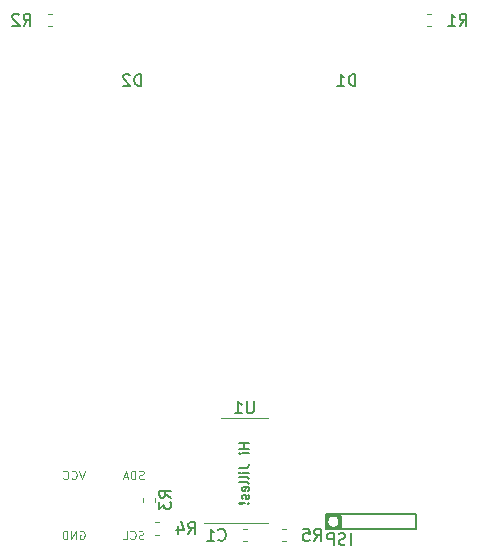
<source format=gbr>
G04 #@! TF.GenerationSoftware,KiCad,Pcbnew,(5.1.5)-3*
G04 #@! TF.CreationDate,2020-08-11T16:55:22+02:00*
G04 #@! TF.ProjectId,Badge addon Ninja prize,42616467-6520-4616-9464-6f6e204e696e,rev?*
G04 #@! TF.SameCoordinates,Original*
G04 #@! TF.FileFunction,Legend,Bot*
G04 #@! TF.FilePolarity,Positive*
%FSLAX46Y46*%
G04 Gerber Fmt 4.6, Leading zero omitted, Abs format (unit mm)*
G04 Created by KiCad (PCBNEW (5.1.5)-3) date 2020-08-11 16:55:22*
%MOMM*%
%LPD*%
G04 APERTURE LIST*
%ADD10C,0.152400*%
%ADD11C,0.150000*%
%ADD12C,0.120000*%
%ADD13C,0.100000*%
%ADD14C,0.010000*%
%ADD15R,0.700000X0.700000*%
%ADD16C,0.704800*%
%ADD17R,1.700000X1.700000*%
%ADD18O,1.700000X1.700000*%
%ADD19C,1.700000*%
G04 APERTURE END LIST*
D10*
X89867695Y-124964838D02*
X89054895Y-124964838D01*
X89441942Y-124964838D02*
X89441942Y-125429295D01*
X89867695Y-125429295D02*
X89054895Y-125429295D01*
X89867695Y-125816342D02*
X89325828Y-125816342D01*
X89054895Y-125816342D02*
X89093600Y-125777638D01*
X89132304Y-125816342D01*
X89093600Y-125855047D01*
X89054895Y-125816342D01*
X89132304Y-125816342D01*
X89054895Y-127054895D02*
X89635466Y-127054895D01*
X89751580Y-127016190D01*
X89828990Y-126938780D01*
X89867695Y-126822666D01*
X89867695Y-126745257D01*
X89867695Y-127441942D02*
X89325828Y-127441942D01*
X89054895Y-127441942D02*
X89093600Y-127403238D01*
X89132304Y-127441942D01*
X89093600Y-127480647D01*
X89054895Y-127441942D01*
X89132304Y-127441942D01*
X89867695Y-127945104D02*
X89828990Y-127867695D01*
X89751580Y-127828990D01*
X89054895Y-127828990D01*
X89867695Y-128370857D02*
X89828990Y-128293447D01*
X89751580Y-128254742D01*
X89054895Y-128254742D01*
X89828990Y-128990133D02*
X89867695Y-128912723D01*
X89867695Y-128757904D01*
X89828990Y-128680495D01*
X89751580Y-128641790D01*
X89441942Y-128641790D01*
X89364533Y-128680495D01*
X89325828Y-128757904D01*
X89325828Y-128912723D01*
X89364533Y-128990133D01*
X89441942Y-129028838D01*
X89519352Y-129028838D01*
X89596761Y-128641790D01*
X89828990Y-129338476D02*
X89867695Y-129415885D01*
X89867695Y-129570704D01*
X89828990Y-129648114D01*
X89751580Y-129686819D01*
X89712876Y-129686819D01*
X89635466Y-129648114D01*
X89596761Y-129570704D01*
X89596761Y-129454590D01*
X89558057Y-129377180D01*
X89480647Y-129338476D01*
X89441942Y-129338476D01*
X89364533Y-129377180D01*
X89325828Y-129454590D01*
X89325828Y-129570704D01*
X89364533Y-129648114D01*
X89790285Y-130035161D02*
X89828990Y-130073866D01*
X89867695Y-130035161D01*
X89828990Y-129996457D01*
X89790285Y-130035161D01*
X89867695Y-130035161D01*
X89558057Y-130035161D02*
X89093600Y-129996457D01*
X89054895Y-130035161D01*
X89093600Y-130073866D01*
X89558057Y-130035161D01*
X89054895Y-130035161D01*
D11*
X104010000Y-130965000D02*
X96390000Y-130965000D01*
X96390000Y-130965000D02*
X96390000Y-132235000D01*
X96390000Y-132235000D02*
X104010000Y-132235000D01*
X104010000Y-132235000D02*
X104010000Y-130965000D01*
X97563815Y-131600000D02*
G75*
G03X97563815Y-131600000I-538815J0D01*
G01*
X97660000Y-131092000D02*
X96517000Y-131092000D01*
X96517000Y-131092000D02*
X96517000Y-132108000D01*
X96517000Y-132108000D02*
X97660000Y-132108000D01*
X97660000Y-132108000D02*
X97660000Y-131092000D01*
X97533000Y-131092000D02*
X97533000Y-132108000D01*
D12*
X81962221Y-131665000D02*
X82287779Y-131665000D01*
X81962221Y-132685000D02*
X82287779Y-132685000D01*
X89500000Y-131685000D02*
X86050000Y-131685000D01*
X89500000Y-131685000D02*
X91450000Y-131685000D01*
X89500000Y-122815000D02*
X87550000Y-122815000D01*
X89500000Y-122815000D02*
X91450000Y-122815000D01*
X105312779Y-89670000D02*
X104987221Y-89670000D01*
X105312779Y-88650000D02*
X104987221Y-88650000D01*
X72837221Y-88650000D02*
X73162779Y-88650000D01*
X72837221Y-89670000D02*
X73162779Y-89670000D01*
X80865000Y-129562221D02*
X80865000Y-129887779D01*
X81885000Y-129562221D02*
X81885000Y-129887779D01*
X89712779Y-133235000D02*
X89387221Y-133235000D01*
X89712779Y-132215000D02*
X89387221Y-132215000D01*
X92662221Y-132215000D02*
X92987779Y-132215000D01*
X92662221Y-133235000D02*
X92987779Y-133235000D01*
D11*
X98888095Y-94702380D02*
X98888095Y-93702380D01*
X98650000Y-93702380D01*
X98507142Y-93750000D01*
X98411904Y-93845238D01*
X98364285Y-93940476D01*
X98316666Y-94130952D01*
X98316666Y-94273809D01*
X98364285Y-94464285D01*
X98411904Y-94559523D01*
X98507142Y-94654761D01*
X98650000Y-94702380D01*
X98888095Y-94702380D01*
X97364285Y-94702380D02*
X97935714Y-94702380D01*
X97650000Y-94702380D02*
X97650000Y-93702380D01*
X97745238Y-93845238D01*
X97840476Y-93940476D01*
X97935714Y-93988095D01*
X80738095Y-94702380D02*
X80738095Y-93702380D01*
X80500000Y-93702380D01*
X80357142Y-93750000D01*
X80261904Y-93845238D01*
X80214285Y-93940476D01*
X80166666Y-94130952D01*
X80166666Y-94273809D01*
X80214285Y-94464285D01*
X80261904Y-94559523D01*
X80357142Y-94654761D01*
X80500000Y-94702380D01*
X80738095Y-94702380D01*
X79785714Y-93797619D02*
X79738095Y-93750000D01*
X79642857Y-93702380D01*
X79404761Y-93702380D01*
X79309523Y-93750000D01*
X79261904Y-93797619D01*
X79214285Y-93892857D01*
X79214285Y-93988095D01*
X79261904Y-94130952D01*
X79833333Y-94702380D01*
X79214285Y-94702380D01*
X98476190Y-133552380D02*
X98476190Y-132552380D01*
X98047619Y-133504761D02*
X97904761Y-133552380D01*
X97666666Y-133552380D01*
X97571428Y-133504761D01*
X97523809Y-133457142D01*
X97476190Y-133361904D01*
X97476190Y-133266666D01*
X97523809Y-133171428D01*
X97571428Y-133123809D01*
X97666666Y-133076190D01*
X97857142Y-133028571D01*
X97952380Y-132980952D01*
X98000000Y-132933333D01*
X98047619Y-132838095D01*
X98047619Y-132742857D01*
X98000000Y-132647619D01*
X97952380Y-132600000D01*
X97857142Y-132552380D01*
X97619047Y-132552380D01*
X97476190Y-132600000D01*
X97047619Y-133552380D02*
X97047619Y-132552380D01*
X96666666Y-132552380D01*
X96571428Y-132600000D01*
X96523809Y-132647619D01*
X96476190Y-132742857D01*
X96476190Y-132885714D01*
X96523809Y-132980952D01*
X96571428Y-133028571D01*
X96666666Y-133076190D01*
X97047619Y-133076190D01*
X84741666Y-132627380D02*
X85075000Y-132151190D01*
X85313095Y-132627380D02*
X85313095Y-131627380D01*
X84932142Y-131627380D01*
X84836904Y-131675000D01*
X84789285Y-131722619D01*
X84741666Y-131817857D01*
X84741666Y-131960714D01*
X84789285Y-132055952D01*
X84836904Y-132103571D01*
X84932142Y-132151190D01*
X85313095Y-132151190D01*
X83884523Y-131960714D02*
X83884523Y-132627380D01*
X84122619Y-131579761D02*
X84360714Y-132294047D01*
X83741666Y-132294047D01*
X90261904Y-121402380D02*
X90261904Y-122211904D01*
X90214285Y-122307142D01*
X90166666Y-122354761D01*
X90071428Y-122402380D01*
X89880952Y-122402380D01*
X89785714Y-122354761D01*
X89738095Y-122307142D01*
X89690476Y-122211904D01*
X89690476Y-121402380D01*
X88690476Y-122402380D02*
X89261904Y-122402380D01*
X88976190Y-122402380D02*
X88976190Y-121402380D01*
X89071428Y-121545238D01*
X89166666Y-121640476D01*
X89261904Y-121688095D01*
D13*
X75963333Y-127276666D02*
X75730000Y-127976666D01*
X75496666Y-127276666D01*
X74863333Y-127910000D02*
X74896666Y-127943333D01*
X74996666Y-127976666D01*
X75063333Y-127976666D01*
X75163333Y-127943333D01*
X75230000Y-127876666D01*
X75263333Y-127810000D01*
X75296666Y-127676666D01*
X75296666Y-127576666D01*
X75263333Y-127443333D01*
X75230000Y-127376666D01*
X75163333Y-127310000D01*
X75063333Y-127276666D01*
X74996666Y-127276666D01*
X74896666Y-127310000D01*
X74863333Y-127343333D01*
X74163333Y-127910000D02*
X74196666Y-127943333D01*
X74296666Y-127976666D01*
X74363333Y-127976666D01*
X74463333Y-127943333D01*
X74530000Y-127876666D01*
X74563333Y-127810000D01*
X74596666Y-127676666D01*
X74596666Y-127576666D01*
X74563333Y-127443333D01*
X74530000Y-127376666D01*
X74463333Y-127310000D01*
X74363333Y-127276666D01*
X74296666Y-127276666D01*
X74196666Y-127310000D01*
X74163333Y-127343333D01*
X75563333Y-132390000D02*
X75630000Y-132356666D01*
X75730000Y-132356666D01*
X75830000Y-132390000D01*
X75896666Y-132456666D01*
X75930000Y-132523333D01*
X75963333Y-132656666D01*
X75963333Y-132756666D01*
X75930000Y-132890000D01*
X75896666Y-132956666D01*
X75830000Y-133023333D01*
X75730000Y-133056666D01*
X75663333Y-133056666D01*
X75563333Y-133023333D01*
X75530000Y-132990000D01*
X75530000Y-132756666D01*
X75663333Y-132756666D01*
X75230000Y-133056666D02*
X75230000Y-132356666D01*
X74830000Y-133056666D01*
X74830000Y-132356666D01*
X74496666Y-133056666D02*
X74496666Y-132356666D01*
X74330000Y-132356666D01*
X74230000Y-132390000D01*
X74163333Y-132456666D01*
X74130000Y-132523333D01*
X74096666Y-132656666D01*
X74096666Y-132756666D01*
X74130000Y-132890000D01*
X74163333Y-132956666D01*
X74230000Y-133023333D01*
X74330000Y-133056666D01*
X74496666Y-133056666D01*
X80943333Y-133023333D02*
X80843333Y-133056666D01*
X80676666Y-133056666D01*
X80610000Y-133023333D01*
X80576666Y-132990000D01*
X80543333Y-132923333D01*
X80543333Y-132856666D01*
X80576666Y-132790000D01*
X80610000Y-132756666D01*
X80676666Y-132723333D01*
X80810000Y-132690000D01*
X80876666Y-132656666D01*
X80910000Y-132623333D01*
X80943333Y-132556666D01*
X80943333Y-132490000D01*
X80910000Y-132423333D01*
X80876666Y-132390000D01*
X80810000Y-132356666D01*
X80643333Y-132356666D01*
X80543333Y-132390000D01*
X79843333Y-132990000D02*
X79876666Y-133023333D01*
X79976666Y-133056666D01*
X80043333Y-133056666D01*
X80143333Y-133023333D01*
X80210000Y-132956666D01*
X80243333Y-132890000D01*
X80276666Y-132756666D01*
X80276666Y-132656666D01*
X80243333Y-132523333D01*
X80210000Y-132456666D01*
X80143333Y-132390000D01*
X80043333Y-132356666D01*
X79976666Y-132356666D01*
X79876666Y-132390000D01*
X79843333Y-132423333D01*
X79210000Y-133056666D02*
X79543333Y-133056666D01*
X79543333Y-132356666D01*
X80960000Y-127943333D02*
X80860000Y-127976666D01*
X80693333Y-127976666D01*
X80626666Y-127943333D01*
X80593333Y-127910000D01*
X80560000Y-127843333D01*
X80560000Y-127776666D01*
X80593333Y-127710000D01*
X80626666Y-127676666D01*
X80693333Y-127643333D01*
X80826666Y-127610000D01*
X80893333Y-127576666D01*
X80926666Y-127543333D01*
X80960000Y-127476666D01*
X80960000Y-127410000D01*
X80926666Y-127343333D01*
X80893333Y-127310000D01*
X80826666Y-127276666D01*
X80660000Y-127276666D01*
X80560000Y-127310000D01*
X80260000Y-127976666D02*
X80260000Y-127276666D01*
X80093333Y-127276666D01*
X79993333Y-127310000D01*
X79926666Y-127376666D01*
X79893333Y-127443333D01*
X79860000Y-127576666D01*
X79860000Y-127676666D01*
X79893333Y-127810000D01*
X79926666Y-127876666D01*
X79993333Y-127943333D01*
X80093333Y-127976666D01*
X80260000Y-127976666D01*
X79593333Y-127776666D02*
X79260000Y-127776666D01*
X79660000Y-127976666D02*
X79426666Y-127276666D01*
X79193333Y-127976666D01*
D11*
X107716666Y-89602380D02*
X108050000Y-89126190D01*
X108288095Y-89602380D02*
X108288095Y-88602380D01*
X107907142Y-88602380D01*
X107811904Y-88650000D01*
X107764285Y-88697619D01*
X107716666Y-88792857D01*
X107716666Y-88935714D01*
X107764285Y-89030952D01*
X107811904Y-89078571D01*
X107907142Y-89126190D01*
X108288095Y-89126190D01*
X106764285Y-89602380D02*
X107335714Y-89602380D01*
X107050000Y-89602380D02*
X107050000Y-88602380D01*
X107145238Y-88745238D01*
X107240476Y-88840476D01*
X107335714Y-88888095D01*
X70791666Y-89602380D02*
X71125000Y-89126190D01*
X71363095Y-89602380D02*
X71363095Y-88602380D01*
X70982142Y-88602380D01*
X70886904Y-88650000D01*
X70839285Y-88697619D01*
X70791666Y-88792857D01*
X70791666Y-88935714D01*
X70839285Y-89030952D01*
X70886904Y-89078571D01*
X70982142Y-89126190D01*
X71363095Y-89126190D01*
X70410714Y-88697619D02*
X70363095Y-88650000D01*
X70267857Y-88602380D01*
X70029761Y-88602380D01*
X69934523Y-88650000D01*
X69886904Y-88697619D01*
X69839285Y-88792857D01*
X69839285Y-88888095D01*
X69886904Y-89030952D01*
X70458333Y-89602380D01*
X69839285Y-89602380D01*
X83277380Y-129558333D02*
X82801190Y-129225000D01*
X83277380Y-128986904D02*
X82277380Y-128986904D01*
X82277380Y-129367857D01*
X82325000Y-129463095D01*
X82372619Y-129510714D01*
X82467857Y-129558333D01*
X82610714Y-129558333D01*
X82705952Y-129510714D01*
X82753571Y-129463095D01*
X82801190Y-129367857D01*
X82801190Y-128986904D01*
X82277380Y-129891666D02*
X82277380Y-130510714D01*
X82658333Y-130177380D01*
X82658333Y-130320238D01*
X82705952Y-130415476D01*
X82753571Y-130463095D01*
X82848809Y-130510714D01*
X83086904Y-130510714D01*
X83182142Y-130463095D01*
X83229761Y-130415476D01*
X83277380Y-130320238D01*
X83277380Y-130034523D01*
X83229761Y-129939285D01*
X83182142Y-129891666D01*
X87291666Y-133107142D02*
X87339285Y-133154761D01*
X87482142Y-133202380D01*
X87577380Y-133202380D01*
X87720238Y-133154761D01*
X87815476Y-133059523D01*
X87863095Y-132964285D01*
X87910714Y-132773809D01*
X87910714Y-132630952D01*
X87863095Y-132440476D01*
X87815476Y-132345238D01*
X87720238Y-132250000D01*
X87577380Y-132202380D01*
X87482142Y-132202380D01*
X87339285Y-132250000D01*
X87291666Y-132297619D01*
X86339285Y-133202380D02*
X86910714Y-133202380D01*
X86625000Y-133202380D02*
X86625000Y-132202380D01*
X86720238Y-132345238D01*
X86815476Y-132440476D01*
X86910714Y-132488095D01*
X95391666Y-133202380D02*
X95725000Y-132726190D01*
X95963095Y-133202380D02*
X95963095Y-132202380D01*
X95582142Y-132202380D01*
X95486904Y-132250000D01*
X95439285Y-132297619D01*
X95391666Y-132392857D01*
X95391666Y-132535714D01*
X95439285Y-132630952D01*
X95486904Y-132678571D01*
X95582142Y-132726190D01*
X95963095Y-132726190D01*
X94486904Y-132202380D02*
X94963095Y-132202380D01*
X95010714Y-132678571D01*
X94963095Y-132630952D01*
X94867857Y-132583333D01*
X94629761Y-132583333D01*
X94534523Y-132630952D01*
X94486904Y-132678571D01*
X94439285Y-132773809D01*
X94439285Y-133011904D01*
X94486904Y-133107142D01*
X94534523Y-133154761D01*
X94629761Y-133202380D01*
X94867857Y-133202380D01*
X94963095Y-133154761D01*
X95010714Y-133107142D01*
%LPC*%
D14*
G36*
X80271526Y-84927551D02*
G01*
X80632500Y-84963785D01*
X81028460Y-85037363D01*
X81403378Y-85145018D01*
X81759784Y-85288072D01*
X82100206Y-85467845D01*
X82427174Y-85685659D01*
X82743218Y-85942836D01*
X83025213Y-86214006D01*
X83256892Y-86471636D01*
X83458582Y-86736230D01*
X83633056Y-87013279D01*
X83783089Y-87308273D01*
X83911455Y-87626702D01*
X84020928Y-87974058D01*
X84114283Y-88355831D01*
X84119301Y-88379333D01*
X84137592Y-88468831D01*
X84151466Y-88547445D01*
X84161547Y-88623459D01*
X84168457Y-88705158D01*
X84172821Y-88800825D01*
X84175262Y-88918744D01*
X84176404Y-89067201D01*
X84176647Y-89141333D01*
X84176629Y-89308031D01*
X84175274Y-89440526D01*
X84172062Y-89546940D01*
X84166470Y-89635395D01*
X84157978Y-89714014D01*
X84146064Y-89790919D01*
X84130206Y-89874231D01*
X84129313Y-89878648D01*
X84028249Y-90271421D01*
X83886770Y-90653655D01*
X83706018Y-91022907D01*
X83487130Y-91376731D01*
X83333702Y-91586083D01*
X83244485Y-91692386D01*
X83130796Y-91815580D01*
X83001722Y-91946756D01*
X82866353Y-92077004D01*
X82733778Y-92197414D01*
X82613084Y-92299075D01*
X82579834Y-92325137D01*
X82339001Y-92499325D01*
X82096227Y-92652210D01*
X81832491Y-92795669D01*
X81800086Y-92812035D01*
X81590781Y-92913767D01*
X81407547Y-92994699D01*
X81241246Y-93057538D01*
X81082742Y-93104993D01*
X80922899Y-93139771D01*
X80752580Y-93164582D01*
X80562649Y-93182131D01*
X80547834Y-93183197D01*
X80450236Y-93188614D01*
X80326915Y-93193179D01*
X80184944Y-93196849D01*
X80031396Y-93199583D01*
X79873344Y-93201338D01*
X79717860Y-93202072D01*
X79572018Y-93201743D01*
X79442889Y-93200310D01*
X79337548Y-93197729D01*
X79263066Y-93193960D01*
X79235500Y-93191009D01*
X78998250Y-93140775D01*
X78740833Y-93065109D01*
X78473524Y-92967992D01*
X78206600Y-92853407D01*
X77950337Y-92725336D01*
X77775000Y-92625068D01*
X77419194Y-92386550D01*
X77096923Y-92123308D01*
X76805901Y-91833170D01*
X76543836Y-91513966D01*
X76422868Y-91342667D01*
X76226588Y-91016797D01*
X76059470Y-90669517D01*
X75925206Y-90309854D01*
X75827483Y-89946833D01*
X75803968Y-89828317D01*
X75778465Y-89643263D01*
X75762072Y-89429614D01*
X75754891Y-89200141D01*
X75757023Y-88967613D01*
X75768567Y-88744798D01*
X75789625Y-88544467D01*
X75793645Y-88516917D01*
X75873166Y-88103458D01*
X75982395Y-87718086D01*
X76123141Y-87357046D01*
X76297212Y-87016586D01*
X76506416Y-86692954D01*
X76752561Y-86382395D01*
X76900429Y-86219910D01*
X77200674Y-85934593D01*
X77525406Y-85682719D01*
X77872093Y-85465139D01*
X78238205Y-85282705D01*
X78621209Y-85136270D01*
X79018574Y-85026685D01*
X79427770Y-84954802D01*
X79846264Y-84921473D01*
X80271526Y-84927551D01*
G37*
X80271526Y-84927551D02*
X80632500Y-84963785D01*
X81028460Y-85037363D01*
X81403378Y-85145018D01*
X81759784Y-85288072D01*
X82100206Y-85467845D01*
X82427174Y-85685659D01*
X82743218Y-85942836D01*
X83025213Y-86214006D01*
X83256892Y-86471636D01*
X83458582Y-86736230D01*
X83633056Y-87013279D01*
X83783089Y-87308273D01*
X83911455Y-87626702D01*
X84020928Y-87974058D01*
X84114283Y-88355831D01*
X84119301Y-88379333D01*
X84137592Y-88468831D01*
X84151466Y-88547445D01*
X84161547Y-88623459D01*
X84168457Y-88705158D01*
X84172821Y-88800825D01*
X84175262Y-88918744D01*
X84176404Y-89067201D01*
X84176647Y-89141333D01*
X84176629Y-89308031D01*
X84175274Y-89440526D01*
X84172062Y-89546940D01*
X84166470Y-89635395D01*
X84157978Y-89714014D01*
X84146064Y-89790919D01*
X84130206Y-89874231D01*
X84129313Y-89878648D01*
X84028249Y-90271421D01*
X83886770Y-90653655D01*
X83706018Y-91022907D01*
X83487130Y-91376731D01*
X83333702Y-91586083D01*
X83244485Y-91692386D01*
X83130796Y-91815580D01*
X83001722Y-91946756D01*
X82866353Y-92077004D01*
X82733778Y-92197414D01*
X82613084Y-92299075D01*
X82579834Y-92325137D01*
X82339001Y-92499325D01*
X82096227Y-92652210D01*
X81832491Y-92795669D01*
X81800086Y-92812035D01*
X81590781Y-92913767D01*
X81407547Y-92994699D01*
X81241246Y-93057538D01*
X81082742Y-93104993D01*
X80922899Y-93139771D01*
X80752580Y-93164582D01*
X80562649Y-93182131D01*
X80547834Y-93183197D01*
X80450236Y-93188614D01*
X80326915Y-93193179D01*
X80184944Y-93196849D01*
X80031396Y-93199583D01*
X79873344Y-93201338D01*
X79717860Y-93202072D01*
X79572018Y-93201743D01*
X79442889Y-93200310D01*
X79337548Y-93197729D01*
X79263066Y-93193960D01*
X79235500Y-93191009D01*
X78998250Y-93140775D01*
X78740833Y-93065109D01*
X78473524Y-92967992D01*
X78206600Y-92853407D01*
X77950337Y-92725336D01*
X77775000Y-92625068D01*
X77419194Y-92386550D01*
X77096923Y-92123308D01*
X76805901Y-91833170D01*
X76543836Y-91513966D01*
X76422868Y-91342667D01*
X76226588Y-91016797D01*
X76059470Y-90669517D01*
X75925206Y-90309854D01*
X75827483Y-89946833D01*
X75803968Y-89828317D01*
X75778465Y-89643263D01*
X75762072Y-89429614D01*
X75754891Y-89200141D01*
X75757023Y-88967613D01*
X75768567Y-88744798D01*
X75789625Y-88544467D01*
X75793645Y-88516917D01*
X75873166Y-88103458D01*
X75982395Y-87718086D01*
X76123141Y-87357046D01*
X76297212Y-87016586D01*
X76506416Y-86692954D01*
X76752561Y-86382395D01*
X76900429Y-86219910D01*
X77200674Y-85934593D01*
X77525406Y-85682719D01*
X77872093Y-85465139D01*
X78238205Y-85282705D01*
X78621209Y-85136270D01*
X79018574Y-85026685D01*
X79427770Y-84954802D01*
X79846264Y-84921473D01*
X80271526Y-84927551D01*
G36*
X98391035Y-84936431D02*
G01*
X98701550Y-84959384D01*
X98988172Y-84999763D01*
X99258938Y-85059305D01*
X99521887Y-85139749D01*
X99785056Y-85242831D01*
X100031750Y-85357895D01*
X100385894Y-85557128D01*
X100718991Y-85790399D01*
X101027804Y-86054469D01*
X101309099Y-86346098D01*
X101559640Y-86662049D01*
X101776190Y-86999083D01*
X101894458Y-87222319D01*
X102043081Y-87570994D01*
X102161687Y-87942645D01*
X102248711Y-88328895D01*
X102302584Y-88721371D01*
X102321740Y-89111698D01*
X102309277Y-89438957D01*
X102256103Y-89857450D01*
X102166242Y-90254971D01*
X102039341Y-90632271D01*
X101875049Y-90990102D01*
X101673012Y-91329217D01*
X101432878Y-91650368D01*
X101154294Y-91954306D01*
X101108780Y-91998833D01*
X100814976Y-92259081D01*
X100502434Y-92492370D01*
X100176521Y-92695593D01*
X99842601Y-92865644D01*
X99506040Y-92999417D01*
X99248584Y-93075717D01*
X98872011Y-93152821D01*
X98476221Y-93201588D01*
X98074325Y-93221013D01*
X97679432Y-93210091D01*
X97588193Y-93202935D01*
X97260731Y-93158726D01*
X96942107Y-93084096D01*
X96628151Y-92977297D01*
X96314695Y-92836578D01*
X95997568Y-92660190D01*
X95672602Y-92446384D01*
X95518858Y-92334629D01*
X95412160Y-92249263D01*
X95288857Y-92141421D01*
X95155848Y-92017987D01*
X95020031Y-91885847D01*
X94888305Y-91751886D01*
X94767570Y-91622991D01*
X94664723Y-91506046D01*
X94586664Y-91407938D01*
X94577122Y-91394710D01*
X94384014Y-91086839D01*
X94221295Y-90753341D01*
X94089952Y-90399049D01*
X93990975Y-90028795D01*
X93925352Y-89647410D01*
X93894071Y-89259729D01*
X93898120Y-88870582D01*
X93938489Y-88484803D01*
X93958143Y-88368750D01*
X94055247Y-87957552D01*
X94190501Y-87562379D01*
X94362096Y-87185426D01*
X94568226Y-86828889D01*
X94807083Y-86494961D01*
X95076857Y-86185838D01*
X95375743Y-85903714D01*
X95701930Y-85650783D01*
X96053613Y-85429241D01*
X96428982Y-85241282D01*
X96589636Y-85174307D01*
X96825731Y-85089997D01*
X97059338Y-85025166D01*
X97299640Y-84978270D01*
X97555817Y-84947767D01*
X97837054Y-84932115D01*
X98048589Y-84929167D01*
X98391035Y-84936431D01*
G37*
X98391035Y-84936431D02*
X98701550Y-84959384D01*
X98988172Y-84999763D01*
X99258938Y-85059305D01*
X99521887Y-85139749D01*
X99785056Y-85242831D01*
X100031750Y-85357895D01*
X100385894Y-85557128D01*
X100718991Y-85790399D01*
X101027804Y-86054469D01*
X101309099Y-86346098D01*
X101559640Y-86662049D01*
X101776190Y-86999083D01*
X101894458Y-87222319D01*
X102043081Y-87570994D01*
X102161687Y-87942645D01*
X102248711Y-88328895D01*
X102302584Y-88721371D01*
X102321740Y-89111698D01*
X102309277Y-89438957D01*
X102256103Y-89857450D01*
X102166242Y-90254971D01*
X102039341Y-90632271D01*
X101875049Y-90990102D01*
X101673012Y-91329217D01*
X101432878Y-91650368D01*
X101154294Y-91954306D01*
X101108780Y-91998833D01*
X100814976Y-92259081D01*
X100502434Y-92492370D01*
X100176521Y-92695593D01*
X99842601Y-92865644D01*
X99506040Y-92999417D01*
X99248584Y-93075717D01*
X98872011Y-93152821D01*
X98476221Y-93201588D01*
X98074325Y-93221013D01*
X97679432Y-93210091D01*
X97588193Y-93202935D01*
X97260731Y-93158726D01*
X96942107Y-93084096D01*
X96628151Y-92977297D01*
X96314695Y-92836578D01*
X95997568Y-92660190D01*
X95672602Y-92446384D01*
X95518858Y-92334629D01*
X95412160Y-92249263D01*
X95288857Y-92141421D01*
X95155848Y-92017987D01*
X95020031Y-91885847D01*
X94888305Y-91751886D01*
X94767570Y-91622991D01*
X94664723Y-91506046D01*
X94586664Y-91407938D01*
X94577122Y-91394710D01*
X94384014Y-91086839D01*
X94221295Y-90753341D01*
X94089952Y-90399049D01*
X93990975Y-90028795D01*
X93925352Y-89647410D01*
X93894071Y-89259729D01*
X93898120Y-88870582D01*
X93938489Y-88484803D01*
X93958143Y-88368750D01*
X94055247Y-87957552D01*
X94190501Y-87562379D01*
X94362096Y-87185426D01*
X94568226Y-86828889D01*
X94807083Y-86494961D01*
X95076857Y-86185838D01*
X95375743Y-85903714D01*
X95701930Y-85650783D01*
X96053613Y-85429241D01*
X96428982Y-85241282D01*
X96589636Y-85174307D01*
X96825731Y-85089997D01*
X97059338Y-85025166D01*
X97299640Y-84978270D01*
X97555817Y-84947767D01*
X97837054Y-84932115D01*
X98048589Y-84929167D01*
X98391035Y-84936431D01*
D13*
G36*
X100149504Y-88336204D02*
G01*
X100173773Y-88339804D01*
X100197571Y-88345765D01*
X100220671Y-88354030D01*
X100242849Y-88364520D01*
X100263893Y-88377133D01*
X100283598Y-88391747D01*
X100301777Y-88408223D01*
X100318253Y-88426402D01*
X100332867Y-88446107D01*
X100345480Y-88467151D01*
X100355970Y-88489329D01*
X100364235Y-88512429D01*
X100370196Y-88536227D01*
X100373796Y-88560496D01*
X100375000Y-88585000D01*
X100375000Y-89735000D01*
X100373796Y-89759504D01*
X100370196Y-89783773D01*
X100364235Y-89807571D01*
X100355970Y-89830671D01*
X100345480Y-89852849D01*
X100332867Y-89873893D01*
X100318253Y-89893598D01*
X100301777Y-89911777D01*
X100283598Y-89928253D01*
X100263893Y-89942867D01*
X100242849Y-89955480D01*
X100220671Y-89965970D01*
X100197571Y-89974235D01*
X100173773Y-89980196D01*
X100149504Y-89983796D01*
X100125000Y-89985000D01*
X99025000Y-89985000D01*
X99000496Y-89983796D01*
X98976227Y-89980196D01*
X98952429Y-89974235D01*
X98929329Y-89965970D01*
X98907151Y-89955480D01*
X98886107Y-89942867D01*
X98866402Y-89928253D01*
X98848223Y-89911777D01*
X98831747Y-89893598D01*
X98817133Y-89873893D01*
X98804520Y-89852849D01*
X98794030Y-89830671D01*
X98785765Y-89807571D01*
X98779804Y-89783773D01*
X98776204Y-89759504D01*
X98775000Y-89735000D01*
X98775000Y-88585000D01*
X98776204Y-88560496D01*
X98779804Y-88536227D01*
X98785765Y-88512429D01*
X98794030Y-88489329D01*
X98804520Y-88467151D01*
X98817133Y-88446107D01*
X98831747Y-88426402D01*
X98848223Y-88408223D01*
X98866402Y-88391747D01*
X98886107Y-88377133D01*
X98907151Y-88364520D01*
X98929329Y-88354030D01*
X98952429Y-88345765D01*
X98976227Y-88339804D01*
X99000496Y-88336204D01*
X99025000Y-88335000D01*
X100125000Y-88335000D01*
X100149504Y-88336204D01*
G37*
G36*
X97299504Y-88336204D02*
G01*
X97323773Y-88339804D01*
X97347571Y-88345765D01*
X97370671Y-88354030D01*
X97392849Y-88364520D01*
X97413893Y-88377133D01*
X97433598Y-88391747D01*
X97451777Y-88408223D01*
X97468253Y-88426402D01*
X97482867Y-88446107D01*
X97495480Y-88467151D01*
X97505970Y-88489329D01*
X97514235Y-88512429D01*
X97520196Y-88536227D01*
X97523796Y-88560496D01*
X97525000Y-88585000D01*
X97525000Y-89735000D01*
X97523796Y-89759504D01*
X97520196Y-89783773D01*
X97514235Y-89807571D01*
X97505970Y-89830671D01*
X97495480Y-89852849D01*
X97482867Y-89873893D01*
X97468253Y-89893598D01*
X97451777Y-89911777D01*
X97433598Y-89928253D01*
X97413893Y-89942867D01*
X97392849Y-89955480D01*
X97370671Y-89965970D01*
X97347571Y-89974235D01*
X97323773Y-89980196D01*
X97299504Y-89983796D01*
X97275000Y-89985000D01*
X96175000Y-89985000D01*
X96150496Y-89983796D01*
X96126227Y-89980196D01*
X96102429Y-89974235D01*
X96079329Y-89965970D01*
X96057151Y-89955480D01*
X96036107Y-89942867D01*
X96016402Y-89928253D01*
X95998223Y-89911777D01*
X95981747Y-89893598D01*
X95967133Y-89873893D01*
X95954520Y-89852849D01*
X95944030Y-89830671D01*
X95935765Y-89807571D01*
X95929804Y-89783773D01*
X95926204Y-89759504D01*
X95925000Y-89735000D01*
X95925000Y-88585000D01*
X95926204Y-88560496D01*
X95929804Y-88536227D01*
X95935765Y-88512429D01*
X95944030Y-88489329D01*
X95954520Y-88467151D01*
X95967133Y-88446107D01*
X95981747Y-88426402D01*
X95998223Y-88408223D01*
X96016402Y-88391747D01*
X96036107Y-88377133D01*
X96057151Y-88364520D01*
X96079329Y-88354030D01*
X96102429Y-88345765D01*
X96126227Y-88339804D01*
X96150496Y-88336204D01*
X96175000Y-88335000D01*
X97275000Y-88335000D01*
X97299504Y-88336204D01*
G37*
G36*
X79149504Y-88336204D02*
G01*
X79173773Y-88339804D01*
X79197571Y-88345765D01*
X79220671Y-88354030D01*
X79242849Y-88364520D01*
X79263893Y-88377133D01*
X79283598Y-88391747D01*
X79301777Y-88408223D01*
X79318253Y-88426402D01*
X79332867Y-88446107D01*
X79345480Y-88467151D01*
X79355970Y-88489329D01*
X79364235Y-88512429D01*
X79370196Y-88536227D01*
X79373796Y-88560496D01*
X79375000Y-88585000D01*
X79375000Y-89735000D01*
X79373796Y-89759504D01*
X79370196Y-89783773D01*
X79364235Y-89807571D01*
X79355970Y-89830671D01*
X79345480Y-89852849D01*
X79332867Y-89873893D01*
X79318253Y-89893598D01*
X79301777Y-89911777D01*
X79283598Y-89928253D01*
X79263893Y-89942867D01*
X79242849Y-89955480D01*
X79220671Y-89965970D01*
X79197571Y-89974235D01*
X79173773Y-89980196D01*
X79149504Y-89983796D01*
X79125000Y-89985000D01*
X78025000Y-89985000D01*
X78000496Y-89983796D01*
X77976227Y-89980196D01*
X77952429Y-89974235D01*
X77929329Y-89965970D01*
X77907151Y-89955480D01*
X77886107Y-89942867D01*
X77866402Y-89928253D01*
X77848223Y-89911777D01*
X77831747Y-89893598D01*
X77817133Y-89873893D01*
X77804520Y-89852849D01*
X77794030Y-89830671D01*
X77785765Y-89807571D01*
X77779804Y-89783773D01*
X77776204Y-89759504D01*
X77775000Y-89735000D01*
X77775000Y-88585000D01*
X77776204Y-88560496D01*
X77779804Y-88536227D01*
X77785765Y-88512429D01*
X77794030Y-88489329D01*
X77804520Y-88467151D01*
X77817133Y-88446107D01*
X77831747Y-88426402D01*
X77848223Y-88408223D01*
X77866402Y-88391747D01*
X77886107Y-88377133D01*
X77907151Y-88364520D01*
X77929329Y-88354030D01*
X77952429Y-88345765D01*
X77976227Y-88339804D01*
X78000496Y-88336204D01*
X78025000Y-88335000D01*
X79125000Y-88335000D01*
X79149504Y-88336204D01*
G37*
G36*
X81999504Y-88336204D02*
G01*
X82023773Y-88339804D01*
X82047571Y-88345765D01*
X82070671Y-88354030D01*
X82092849Y-88364520D01*
X82113893Y-88377133D01*
X82133598Y-88391747D01*
X82151777Y-88408223D01*
X82168253Y-88426402D01*
X82182867Y-88446107D01*
X82195480Y-88467151D01*
X82205970Y-88489329D01*
X82214235Y-88512429D01*
X82220196Y-88536227D01*
X82223796Y-88560496D01*
X82225000Y-88585000D01*
X82225000Y-89735000D01*
X82223796Y-89759504D01*
X82220196Y-89783773D01*
X82214235Y-89807571D01*
X82205970Y-89830671D01*
X82195480Y-89852849D01*
X82182867Y-89873893D01*
X82168253Y-89893598D01*
X82151777Y-89911777D01*
X82133598Y-89928253D01*
X82113893Y-89942867D01*
X82092849Y-89955480D01*
X82070671Y-89965970D01*
X82047571Y-89974235D01*
X82023773Y-89980196D01*
X81999504Y-89983796D01*
X81975000Y-89985000D01*
X80875000Y-89985000D01*
X80850496Y-89983796D01*
X80826227Y-89980196D01*
X80802429Y-89974235D01*
X80779329Y-89965970D01*
X80757151Y-89955480D01*
X80736107Y-89942867D01*
X80716402Y-89928253D01*
X80698223Y-89911777D01*
X80681747Y-89893598D01*
X80667133Y-89873893D01*
X80654520Y-89852849D01*
X80644030Y-89830671D01*
X80635765Y-89807571D01*
X80629804Y-89783773D01*
X80626204Y-89759504D01*
X80625000Y-89735000D01*
X80625000Y-88585000D01*
X80626204Y-88560496D01*
X80629804Y-88536227D01*
X80635765Y-88512429D01*
X80644030Y-88489329D01*
X80654520Y-88467151D01*
X80667133Y-88446107D01*
X80681747Y-88426402D01*
X80698223Y-88408223D01*
X80716402Y-88391747D01*
X80736107Y-88377133D01*
X80757151Y-88364520D01*
X80779329Y-88354030D01*
X80802429Y-88345765D01*
X80826227Y-88339804D01*
X80850496Y-88336204D01*
X80875000Y-88335000D01*
X81975000Y-88335000D01*
X81999504Y-88336204D01*
G37*
D15*
X98295000Y-131600000D03*
X99565000Y-131600000D03*
X100835000Y-131600000D03*
D16*
X97025000Y-131600000D03*
D15*
X102105000Y-131600000D03*
D16*
X103375000Y-131600000D03*
D13*
G36*
X83152691Y-131701053D02*
G01*
X83173926Y-131704203D01*
X83194750Y-131709419D01*
X83214962Y-131716651D01*
X83234368Y-131725830D01*
X83252781Y-131736866D01*
X83270024Y-131749654D01*
X83285930Y-131764070D01*
X83300346Y-131779976D01*
X83313134Y-131797219D01*
X83324170Y-131815632D01*
X83333349Y-131835038D01*
X83340581Y-131855250D01*
X83345797Y-131876074D01*
X83348947Y-131897309D01*
X83350000Y-131918750D01*
X83350000Y-132431250D01*
X83348947Y-132452691D01*
X83345797Y-132473926D01*
X83340581Y-132494750D01*
X83333349Y-132514962D01*
X83324170Y-132534368D01*
X83313134Y-132552781D01*
X83300346Y-132570024D01*
X83285930Y-132585930D01*
X83270024Y-132600346D01*
X83252781Y-132613134D01*
X83234368Y-132624170D01*
X83214962Y-132633349D01*
X83194750Y-132640581D01*
X83173926Y-132645797D01*
X83152691Y-132648947D01*
X83131250Y-132650000D01*
X82693750Y-132650000D01*
X82672309Y-132648947D01*
X82651074Y-132645797D01*
X82630250Y-132640581D01*
X82610038Y-132633349D01*
X82590632Y-132624170D01*
X82572219Y-132613134D01*
X82554976Y-132600346D01*
X82539070Y-132585930D01*
X82524654Y-132570024D01*
X82511866Y-132552781D01*
X82500830Y-132534368D01*
X82491651Y-132514962D01*
X82484419Y-132494750D01*
X82479203Y-132473926D01*
X82476053Y-132452691D01*
X82475000Y-132431250D01*
X82475000Y-131918750D01*
X82476053Y-131897309D01*
X82479203Y-131876074D01*
X82484419Y-131855250D01*
X82491651Y-131835038D01*
X82500830Y-131815632D01*
X82511866Y-131797219D01*
X82524654Y-131779976D01*
X82539070Y-131764070D01*
X82554976Y-131749654D01*
X82572219Y-131736866D01*
X82590632Y-131725830D01*
X82610038Y-131716651D01*
X82630250Y-131709419D01*
X82651074Y-131704203D01*
X82672309Y-131701053D01*
X82693750Y-131700000D01*
X83131250Y-131700000D01*
X83152691Y-131701053D01*
G37*
G36*
X81577691Y-131701053D02*
G01*
X81598926Y-131704203D01*
X81619750Y-131709419D01*
X81639962Y-131716651D01*
X81659368Y-131725830D01*
X81677781Y-131736866D01*
X81695024Y-131749654D01*
X81710930Y-131764070D01*
X81725346Y-131779976D01*
X81738134Y-131797219D01*
X81749170Y-131815632D01*
X81758349Y-131835038D01*
X81765581Y-131855250D01*
X81770797Y-131876074D01*
X81773947Y-131897309D01*
X81775000Y-131918750D01*
X81775000Y-132431250D01*
X81773947Y-132452691D01*
X81770797Y-132473926D01*
X81765581Y-132494750D01*
X81758349Y-132514962D01*
X81749170Y-132534368D01*
X81738134Y-132552781D01*
X81725346Y-132570024D01*
X81710930Y-132585930D01*
X81695024Y-132600346D01*
X81677781Y-132613134D01*
X81659368Y-132624170D01*
X81639962Y-132633349D01*
X81619750Y-132640581D01*
X81598926Y-132645797D01*
X81577691Y-132648947D01*
X81556250Y-132650000D01*
X81118750Y-132650000D01*
X81097309Y-132648947D01*
X81076074Y-132645797D01*
X81055250Y-132640581D01*
X81035038Y-132633349D01*
X81015632Y-132624170D01*
X80997219Y-132613134D01*
X80979976Y-132600346D01*
X80964070Y-132585930D01*
X80949654Y-132570024D01*
X80936866Y-132552781D01*
X80925830Y-132534368D01*
X80916651Y-132514962D01*
X80909419Y-132494750D01*
X80904203Y-132473926D01*
X80901053Y-132452691D01*
X80900000Y-132431250D01*
X80900000Y-131918750D01*
X80901053Y-131897309D01*
X80904203Y-131876074D01*
X80909419Y-131855250D01*
X80916651Y-131835038D01*
X80925830Y-131815632D01*
X80936866Y-131797219D01*
X80949654Y-131779976D01*
X80964070Y-131764070D01*
X80979976Y-131749654D01*
X80997219Y-131736866D01*
X81015632Y-131725830D01*
X81035038Y-131716651D01*
X81055250Y-131709419D01*
X81076074Y-131704203D01*
X81097309Y-131701053D01*
X81118750Y-131700000D01*
X81556250Y-131700000D01*
X81577691Y-131701053D01*
G37*
G36*
X92814703Y-130760722D02*
G01*
X92829264Y-130762882D01*
X92843543Y-130766459D01*
X92857403Y-130771418D01*
X92870710Y-130777712D01*
X92883336Y-130785280D01*
X92895159Y-130794048D01*
X92906066Y-130803934D01*
X92915952Y-130814841D01*
X92924720Y-130826664D01*
X92932288Y-130839290D01*
X92938582Y-130852597D01*
X92943541Y-130866457D01*
X92947118Y-130880736D01*
X92949278Y-130895297D01*
X92950000Y-130910000D01*
X92950000Y-131210000D01*
X92949278Y-131224703D01*
X92947118Y-131239264D01*
X92943541Y-131253543D01*
X92938582Y-131267403D01*
X92932288Y-131280710D01*
X92924720Y-131293336D01*
X92915952Y-131305159D01*
X92906066Y-131316066D01*
X92895159Y-131325952D01*
X92883336Y-131334720D01*
X92870710Y-131342288D01*
X92857403Y-131348582D01*
X92843543Y-131353541D01*
X92829264Y-131357118D01*
X92814703Y-131359278D01*
X92800000Y-131360000D01*
X91150000Y-131360000D01*
X91135297Y-131359278D01*
X91120736Y-131357118D01*
X91106457Y-131353541D01*
X91092597Y-131348582D01*
X91079290Y-131342288D01*
X91066664Y-131334720D01*
X91054841Y-131325952D01*
X91043934Y-131316066D01*
X91034048Y-131305159D01*
X91025280Y-131293336D01*
X91017712Y-131280710D01*
X91011418Y-131267403D01*
X91006459Y-131253543D01*
X91002882Y-131239264D01*
X91000722Y-131224703D01*
X91000000Y-131210000D01*
X91000000Y-130910000D01*
X91000722Y-130895297D01*
X91002882Y-130880736D01*
X91006459Y-130866457D01*
X91011418Y-130852597D01*
X91017712Y-130839290D01*
X91025280Y-130826664D01*
X91034048Y-130814841D01*
X91043934Y-130803934D01*
X91054841Y-130794048D01*
X91066664Y-130785280D01*
X91079290Y-130777712D01*
X91092597Y-130771418D01*
X91106457Y-130766459D01*
X91120736Y-130762882D01*
X91135297Y-130760722D01*
X91150000Y-130760000D01*
X92800000Y-130760000D01*
X92814703Y-130760722D01*
G37*
G36*
X92814703Y-129490722D02*
G01*
X92829264Y-129492882D01*
X92843543Y-129496459D01*
X92857403Y-129501418D01*
X92870710Y-129507712D01*
X92883336Y-129515280D01*
X92895159Y-129524048D01*
X92906066Y-129533934D01*
X92915952Y-129544841D01*
X92924720Y-129556664D01*
X92932288Y-129569290D01*
X92938582Y-129582597D01*
X92943541Y-129596457D01*
X92947118Y-129610736D01*
X92949278Y-129625297D01*
X92950000Y-129640000D01*
X92950000Y-129940000D01*
X92949278Y-129954703D01*
X92947118Y-129969264D01*
X92943541Y-129983543D01*
X92938582Y-129997403D01*
X92932288Y-130010710D01*
X92924720Y-130023336D01*
X92915952Y-130035159D01*
X92906066Y-130046066D01*
X92895159Y-130055952D01*
X92883336Y-130064720D01*
X92870710Y-130072288D01*
X92857403Y-130078582D01*
X92843543Y-130083541D01*
X92829264Y-130087118D01*
X92814703Y-130089278D01*
X92800000Y-130090000D01*
X91150000Y-130090000D01*
X91135297Y-130089278D01*
X91120736Y-130087118D01*
X91106457Y-130083541D01*
X91092597Y-130078582D01*
X91079290Y-130072288D01*
X91066664Y-130064720D01*
X91054841Y-130055952D01*
X91043934Y-130046066D01*
X91034048Y-130035159D01*
X91025280Y-130023336D01*
X91017712Y-130010710D01*
X91011418Y-129997403D01*
X91006459Y-129983543D01*
X91002882Y-129969264D01*
X91000722Y-129954703D01*
X91000000Y-129940000D01*
X91000000Y-129640000D01*
X91000722Y-129625297D01*
X91002882Y-129610736D01*
X91006459Y-129596457D01*
X91011418Y-129582597D01*
X91017712Y-129569290D01*
X91025280Y-129556664D01*
X91034048Y-129544841D01*
X91043934Y-129533934D01*
X91054841Y-129524048D01*
X91066664Y-129515280D01*
X91079290Y-129507712D01*
X91092597Y-129501418D01*
X91106457Y-129496459D01*
X91120736Y-129492882D01*
X91135297Y-129490722D01*
X91150000Y-129490000D01*
X92800000Y-129490000D01*
X92814703Y-129490722D01*
G37*
G36*
X92814703Y-128220722D02*
G01*
X92829264Y-128222882D01*
X92843543Y-128226459D01*
X92857403Y-128231418D01*
X92870710Y-128237712D01*
X92883336Y-128245280D01*
X92895159Y-128254048D01*
X92906066Y-128263934D01*
X92915952Y-128274841D01*
X92924720Y-128286664D01*
X92932288Y-128299290D01*
X92938582Y-128312597D01*
X92943541Y-128326457D01*
X92947118Y-128340736D01*
X92949278Y-128355297D01*
X92950000Y-128370000D01*
X92950000Y-128670000D01*
X92949278Y-128684703D01*
X92947118Y-128699264D01*
X92943541Y-128713543D01*
X92938582Y-128727403D01*
X92932288Y-128740710D01*
X92924720Y-128753336D01*
X92915952Y-128765159D01*
X92906066Y-128776066D01*
X92895159Y-128785952D01*
X92883336Y-128794720D01*
X92870710Y-128802288D01*
X92857403Y-128808582D01*
X92843543Y-128813541D01*
X92829264Y-128817118D01*
X92814703Y-128819278D01*
X92800000Y-128820000D01*
X91150000Y-128820000D01*
X91135297Y-128819278D01*
X91120736Y-128817118D01*
X91106457Y-128813541D01*
X91092597Y-128808582D01*
X91079290Y-128802288D01*
X91066664Y-128794720D01*
X91054841Y-128785952D01*
X91043934Y-128776066D01*
X91034048Y-128765159D01*
X91025280Y-128753336D01*
X91017712Y-128740710D01*
X91011418Y-128727403D01*
X91006459Y-128713543D01*
X91002882Y-128699264D01*
X91000722Y-128684703D01*
X91000000Y-128670000D01*
X91000000Y-128370000D01*
X91000722Y-128355297D01*
X91002882Y-128340736D01*
X91006459Y-128326457D01*
X91011418Y-128312597D01*
X91017712Y-128299290D01*
X91025280Y-128286664D01*
X91034048Y-128274841D01*
X91043934Y-128263934D01*
X91054841Y-128254048D01*
X91066664Y-128245280D01*
X91079290Y-128237712D01*
X91092597Y-128231418D01*
X91106457Y-128226459D01*
X91120736Y-128222882D01*
X91135297Y-128220722D01*
X91150000Y-128220000D01*
X92800000Y-128220000D01*
X92814703Y-128220722D01*
G37*
G36*
X92814703Y-126950722D02*
G01*
X92829264Y-126952882D01*
X92843543Y-126956459D01*
X92857403Y-126961418D01*
X92870710Y-126967712D01*
X92883336Y-126975280D01*
X92895159Y-126984048D01*
X92906066Y-126993934D01*
X92915952Y-127004841D01*
X92924720Y-127016664D01*
X92932288Y-127029290D01*
X92938582Y-127042597D01*
X92943541Y-127056457D01*
X92947118Y-127070736D01*
X92949278Y-127085297D01*
X92950000Y-127100000D01*
X92950000Y-127400000D01*
X92949278Y-127414703D01*
X92947118Y-127429264D01*
X92943541Y-127443543D01*
X92938582Y-127457403D01*
X92932288Y-127470710D01*
X92924720Y-127483336D01*
X92915952Y-127495159D01*
X92906066Y-127506066D01*
X92895159Y-127515952D01*
X92883336Y-127524720D01*
X92870710Y-127532288D01*
X92857403Y-127538582D01*
X92843543Y-127543541D01*
X92829264Y-127547118D01*
X92814703Y-127549278D01*
X92800000Y-127550000D01*
X91150000Y-127550000D01*
X91135297Y-127549278D01*
X91120736Y-127547118D01*
X91106457Y-127543541D01*
X91092597Y-127538582D01*
X91079290Y-127532288D01*
X91066664Y-127524720D01*
X91054841Y-127515952D01*
X91043934Y-127506066D01*
X91034048Y-127495159D01*
X91025280Y-127483336D01*
X91017712Y-127470710D01*
X91011418Y-127457403D01*
X91006459Y-127443543D01*
X91002882Y-127429264D01*
X91000722Y-127414703D01*
X91000000Y-127400000D01*
X91000000Y-127100000D01*
X91000722Y-127085297D01*
X91002882Y-127070736D01*
X91006459Y-127056457D01*
X91011418Y-127042597D01*
X91017712Y-127029290D01*
X91025280Y-127016664D01*
X91034048Y-127004841D01*
X91043934Y-126993934D01*
X91054841Y-126984048D01*
X91066664Y-126975280D01*
X91079290Y-126967712D01*
X91092597Y-126961418D01*
X91106457Y-126956459D01*
X91120736Y-126952882D01*
X91135297Y-126950722D01*
X91150000Y-126950000D01*
X92800000Y-126950000D01*
X92814703Y-126950722D01*
G37*
G36*
X92814703Y-125680722D02*
G01*
X92829264Y-125682882D01*
X92843543Y-125686459D01*
X92857403Y-125691418D01*
X92870710Y-125697712D01*
X92883336Y-125705280D01*
X92895159Y-125714048D01*
X92906066Y-125723934D01*
X92915952Y-125734841D01*
X92924720Y-125746664D01*
X92932288Y-125759290D01*
X92938582Y-125772597D01*
X92943541Y-125786457D01*
X92947118Y-125800736D01*
X92949278Y-125815297D01*
X92950000Y-125830000D01*
X92950000Y-126130000D01*
X92949278Y-126144703D01*
X92947118Y-126159264D01*
X92943541Y-126173543D01*
X92938582Y-126187403D01*
X92932288Y-126200710D01*
X92924720Y-126213336D01*
X92915952Y-126225159D01*
X92906066Y-126236066D01*
X92895159Y-126245952D01*
X92883336Y-126254720D01*
X92870710Y-126262288D01*
X92857403Y-126268582D01*
X92843543Y-126273541D01*
X92829264Y-126277118D01*
X92814703Y-126279278D01*
X92800000Y-126280000D01*
X91150000Y-126280000D01*
X91135297Y-126279278D01*
X91120736Y-126277118D01*
X91106457Y-126273541D01*
X91092597Y-126268582D01*
X91079290Y-126262288D01*
X91066664Y-126254720D01*
X91054841Y-126245952D01*
X91043934Y-126236066D01*
X91034048Y-126225159D01*
X91025280Y-126213336D01*
X91017712Y-126200710D01*
X91011418Y-126187403D01*
X91006459Y-126173543D01*
X91002882Y-126159264D01*
X91000722Y-126144703D01*
X91000000Y-126130000D01*
X91000000Y-125830000D01*
X91000722Y-125815297D01*
X91002882Y-125800736D01*
X91006459Y-125786457D01*
X91011418Y-125772597D01*
X91017712Y-125759290D01*
X91025280Y-125746664D01*
X91034048Y-125734841D01*
X91043934Y-125723934D01*
X91054841Y-125714048D01*
X91066664Y-125705280D01*
X91079290Y-125697712D01*
X91092597Y-125691418D01*
X91106457Y-125686459D01*
X91120736Y-125682882D01*
X91135297Y-125680722D01*
X91150000Y-125680000D01*
X92800000Y-125680000D01*
X92814703Y-125680722D01*
G37*
G36*
X92814703Y-124410722D02*
G01*
X92829264Y-124412882D01*
X92843543Y-124416459D01*
X92857403Y-124421418D01*
X92870710Y-124427712D01*
X92883336Y-124435280D01*
X92895159Y-124444048D01*
X92906066Y-124453934D01*
X92915952Y-124464841D01*
X92924720Y-124476664D01*
X92932288Y-124489290D01*
X92938582Y-124502597D01*
X92943541Y-124516457D01*
X92947118Y-124530736D01*
X92949278Y-124545297D01*
X92950000Y-124560000D01*
X92950000Y-124860000D01*
X92949278Y-124874703D01*
X92947118Y-124889264D01*
X92943541Y-124903543D01*
X92938582Y-124917403D01*
X92932288Y-124930710D01*
X92924720Y-124943336D01*
X92915952Y-124955159D01*
X92906066Y-124966066D01*
X92895159Y-124975952D01*
X92883336Y-124984720D01*
X92870710Y-124992288D01*
X92857403Y-124998582D01*
X92843543Y-125003541D01*
X92829264Y-125007118D01*
X92814703Y-125009278D01*
X92800000Y-125010000D01*
X91150000Y-125010000D01*
X91135297Y-125009278D01*
X91120736Y-125007118D01*
X91106457Y-125003541D01*
X91092597Y-124998582D01*
X91079290Y-124992288D01*
X91066664Y-124984720D01*
X91054841Y-124975952D01*
X91043934Y-124966066D01*
X91034048Y-124955159D01*
X91025280Y-124943336D01*
X91017712Y-124930710D01*
X91011418Y-124917403D01*
X91006459Y-124903543D01*
X91002882Y-124889264D01*
X91000722Y-124874703D01*
X91000000Y-124860000D01*
X91000000Y-124560000D01*
X91000722Y-124545297D01*
X91002882Y-124530736D01*
X91006459Y-124516457D01*
X91011418Y-124502597D01*
X91017712Y-124489290D01*
X91025280Y-124476664D01*
X91034048Y-124464841D01*
X91043934Y-124453934D01*
X91054841Y-124444048D01*
X91066664Y-124435280D01*
X91079290Y-124427712D01*
X91092597Y-124421418D01*
X91106457Y-124416459D01*
X91120736Y-124412882D01*
X91135297Y-124410722D01*
X91150000Y-124410000D01*
X92800000Y-124410000D01*
X92814703Y-124410722D01*
G37*
G36*
X92814703Y-123140722D02*
G01*
X92829264Y-123142882D01*
X92843543Y-123146459D01*
X92857403Y-123151418D01*
X92870710Y-123157712D01*
X92883336Y-123165280D01*
X92895159Y-123174048D01*
X92906066Y-123183934D01*
X92915952Y-123194841D01*
X92924720Y-123206664D01*
X92932288Y-123219290D01*
X92938582Y-123232597D01*
X92943541Y-123246457D01*
X92947118Y-123260736D01*
X92949278Y-123275297D01*
X92950000Y-123290000D01*
X92950000Y-123590000D01*
X92949278Y-123604703D01*
X92947118Y-123619264D01*
X92943541Y-123633543D01*
X92938582Y-123647403D01*
X92932288Y-123660710D01*
X92924720Y-123673336D01*
X92915952Y-123685159D01*
X92906066Y-123696066D01*
X92895159Y-123705952D01*
X92883336Y-123714720D01*
X92870710Y-123722288D01*
X92857403Y-123728582D01*
X92843543Y-123733541D01*
X92829264Y-123737118D01*
X92814703Y-123739278D01*
X92800000Y-123740000D01*
X91150000Y-123740000D01*
X91135297Y-123739278D01*
X91120736Y-123737118D01*
X91106457Y-123733541D01*
X91092597Y-123728582D01*
X91079290Y-123722288D01*
X91066664Y-123714720D01*
X91054841Y-123705952D01*
X91043934Y-123696066D01*
X91034048Y-123685159D01*
X91025280Y-123673336D01*
X91017712Y-123660710D01*
X91011418Y-123647403D01*
X91006459Y-123633543D01*
X91002882Y-123619264D01*
X91000722Y-123604703D01*
X91000000Y-123590000D01*
X91000000Y-123290000D01*
X91000722Y-123275297D01*
X91002882Y-123260736D01*
X91006459Y-123246457D01*
X91011418Y-123232597D01*
X91017712Y-123219290D01*
X91025280Y-123206664D01*
X91034048Y-123194841D01*
X91043934Y-123183934D01*
X91054841Y-123174048D01*
X91066664Y-123165280D01*
X91079290Y-123157712D01*
X91092597Y-123151418D01*
X91106457Y-123146459D01*
X91120736Y-123142882D01*
X91135297Y-123140722D01*
X91150000Y-123140000D01*
X92800000Y-123140000D01*
X92814703Y-123140722D01*
G37*
G36*
X87864703Y-123140722D02*
G01*
X87879264Y-123142882D01*
X87893543Y-123146459D01*
X87907403Y-123151418D01*
X87920710Y-123157712D01*
X87933336Y-123165280D01*
X87945159Y-123174048D01*
X87956066Y-123183934D01*
X87965952Y-123194841D01*
X87974720Y-123206664D01*
X87982288Y-123219290D01*
X87988582Y-123232597D01*
X87993541Y-123246457D01*
X87997118Y-123260736D01*
X87999278Y-123275297D01*
X88000000Y-123290000D01*
X88000000Y-123590000D01*
X87999278Y-123604703D01*
X87997118Y-123619264D01*
X87993541Y-123633543D01*
X87988582Y-123647403D01*
X87982288Y-123660710D01*
X87974720Y-123673336D01*
X87965952Y-123685159D01*
X87956066Y-123696066D01*
X87945159Y-123705952D01*
X87933336Y-123714720D01*
X87920710Y-123722288D01*
X87907403Y-123728582D01*
X87893543Y-123733541D01*
X87879264Y-123737118D01*
X87864703Y-123739278D01*
X87850000Y-123740000D01*
X86200000Y-123740000D01*
X86185297Y-123739278D01*
X86170736Y-123737118D01*
X86156457Y-123733541D01*
X86142597Y-123728582D01*
X86129290Y-123722288D01*
X86116664Y-123714720D01*
X86104841Y-123705952D01*
X86093934Y-123696066D01*
X86084048Y-123685159D01*
X86075280Y-123673336D01*
X86067712Y-123660710D01*
X86061418Y-123647403D01*
X86056459Y-123633543D01*
X86052882Y-123619264D01*
X86050722Y-123604703D01*
X86050000Y-123590000D01*
X86050000Y-123290000D01*
X86050722Y-123275297D01*
X86052882Y-123260736D01*
X86056459Y-123246457D01*
X86061418Y-123232597D01*
X86067712Y-123219290D01*
X86075280Y-123206664D01*
X86084048Y-123194841D01*
X86093934Y-123183934D01*
X86104841Y-123174048D01*
X86116664Y-123165280D01*
X86129290Y-123157712D01*
X86142597Y-123151418D01*
X86156457Y-123146459D01*
X86170736Y-123142882D01*
X86185297Y-123140722D01*
X86200000Y-123140000D01*
X87850000Y-123140000D01*
X87864703Y-123140722D01*
G37*
G36*
X87864703Y-124410722D02*
G01*
X87879264Y-124412882D01*
X87893543Y-124416459D01*
X87907403Y-124421418D01*
X87920710Y-124427712D01*
X87933336Y-124435280D01*
X87945159Y-124444048D01*
X87956066Y-124453934D01*
X87965952Y-124464841D01*
X87974720Y-124476664D01*
X87982288Y-124489290D01*
X87988582Y-124502597D01*
X87993541Y-124516457D01*
X87997118Y-124530736D01*
X87999278Y-124545297D01*
X88000000Y-124560000D01*
X88000000Y-124860000D01*
X87999278Y-124874703D01*
X87997118Y-124889264D01*
X87993541Y-124903543D01*
X87988582Y-124917403D01*
X87982288Y-124930710D01*
X87974720Y-124943336D01*
X87965952Y-124955159D01*
X87956066Y-124966066D01*
X87945159Y-124975952D01*
X87933336Y-124984720D01*
X87920710Y-124992288D01*
X87907403Y-124998582D01*
X87893543Y-125003541D01*
X87879264Y-125007118D01*
X87864703Y-125009278D01*
X87850000Y-125010000D01*
X86200000Y-125010000D01*
X86185297Y-125009278D01*
X86170736Y-125007118D01*
X86156457Y-125003541D01*
X86142597Y-124998582D01*
X86129290Y-124992288D01*
X86116664Y-124984720D01*
X86104841Y-124975952D01*
X86093934Y-124966066D01*
X86084048Y-124955159D01*
X86075280Y-124943336D01*
X86067712Y-124930710D01*
X86061418Y-124917403D01*
X86056459Y-124903543D01*
X86052882Y-124889264D01*
X86050722Y-124874703D01*
X86050000Y-124860000D01*
X86050000Y-124560000D01*
X86050722Y-124545297D01*
X86052882Y-124530736D01*
X86056459Y-124516457D01*
X86061418Y-124502597D01*
X86067712Y-124489290D01*
X86075280Y-124476664D01*
X86084048Y-124464841D01*
X86093934Y-124453934D01*
X86104841Y-124444048D01*
X86116664Y-124435280D01*
X86129290Y-124427712D01*
X86142597Y-124421418D01*
X86156457Y-124416459D01*
X86170736Y-124412882D01*
X86185297Y-124410722D01*
X86200000Y-124410000D01*
X87850000Y-124410000D01*
X87864703Y-124410722D01*
G37*
G36*
X87864703Y-125680722D02*
G01*
X87879264Y-125682882D01*
X87893543Y-125686459D01*
X87907403Y-125691418D01*
X87920710Y-125697712D01*
X87933336Y-125705280D01*
X87945159Y-125714048D01*
X87956066Y-125723934D01*
X87965952Y-125734841D01*
X87974720Y-125746664D01*
X87982288Y-125759290D01*
X87988582Y-125772597D01*
X87993541Y-125786457D01*
X87997118Y-125800736D01*
X87999278Y-125815297D01*
X88000000Y-125830000D01*
X88000000Y-126130000D01*
X87999278Y-126144703D01*
X87997118Y-126159264D01*
X87993541Y-126173543D01*
X87988582Y-126187403D01*
X87982288Y-126200710D01*
X87974720Y-126213336D01*
X87965952Y-126225159D01*
X87956066Y-126236066D01*
X87945159Y-126245952D01*
X87933336Y-126254720D01*
X87920710Y-126262288D01*
X87907403Y-126268582D01*
X87893543Y-126273541D01*
X87879264Y-126277118D01*
X87864703Y-126279278D01*
X87850000Y-126280000D01*
X86200000Y-126280000D01*
X86185297Y-126279278D01*
X86170736Y-126277118D01*
X86156457Y-126273541D01*
X86142597Y-126268582D01*
X86129290Y-126262288D01*
X86116664Y-126254720D01*
X86104841Y-126245952D01*
X86093934Y-126236066D01*
X86084048Y-126225159D01*
X86075280Y-126213336D01*
X86067712Y-126200710D01*
X86061418Y-126187403D01*
X86056459Y-126173543D01*
X86052882Y-126159264D01*
X86050722Y-126144703D01*
X86050000Y-126130000D01*
X86050000Y-125830000D01*
X86050722Y-125815297D01*
X86052882Y-125800736D01*
X86056459Y-125786457D01*
X86061418Y-125772597D01*
X86067712Y-125759290D01*
X86075280Y-125746664D01*
X86084048Y-125734841D01*
X86093934Y-125723934D01*
X86104841Y-125714048D01*
X86116664Y-125705280D01*
X86129290Y-125697712D01*
X86142597Y-125691418D01*
X86156457Y-125686459D01*
X86170736Y-125682882D01*
X86185297Y-125680722D01*
X86200000Y-125680000D01*
X87850000Y-125680000D01*
X87864703Y-125680722D01*
G37*
G36*
X87864703Y-126950722D02*
G01*
X87879264Y-126952882D01*
X87893543Y-126956459D01*
X87907403Y-126961418D01*
X87920710Y-126967712D01*
X87933336Y-126975280D01*
X87945159Y-126984048D01*
X87956066Y-126993934D01*
X87965952Y-127004841D01*
X87974720Y-127016664D01*
X87982288Y-127029290D01*
X87988582Y-127042597D01*
X87993541Y-127056457D01*
X87997118Y-127070736D01*
X87999278Y-127085297D01*
X88000000Y-127100000D01*
X88000000Y-127400000D01*
X87999278Y-127414703D01*
X87997118Y-127429264D01*
X87993541Y-127443543D01*
X87988582Y-127457403D01*
X87982288Y-127470710D01*
X87974720Y-127483336D01*
X87965952Y-127495159D01*
X87956066Y-127506066D01*
X87945159Y-127515952D01*
X87933336Y-127524720D01*
X87920710Y-127532288D01*
X87907403Y-127538582D01*
X87893543Y-127543541D01*
X87879264Y-127547118D01*
X87864703Y-127549278D01*
X87850000Y-127550000D01*
X86200000Y-127550000D01*
X86185297Y-127549278D01*
X86170736Y-127547118D01*
X86156457Y-127543541D01*
X86142597Y-127538582D01*
X86129290Y-127532288D01*
X86116664Y-127524720D01*
X86104841Y-127515952D01*
X86093934Y-127506066D01*
X86084048Y-127495159D01*
X86075280Y-127483336D01*
X86067712Y-127470710D01*
X86061418Y-127457403D01*
X86056459Y-127443543D01*
X86052882Y-127429264D01*
X86050722Y-127414703D01*
X86050000Y-127400000D01*
X86050000Y-127100000D01*
X86050722Y-127085297D01*
X86052882Y-127070736D01*
X86056459Y-127056457D01*
X86061418Y-127042597D01*
X86067712Y-127029290D01*
X86075280Y-127016664D01*
X86084048Y-127004841D01*
X86093934Y-126993934D01*
X86104841Y-126984048D01*
X86116664Y-126975280D01*
X86129290Y-126967712D01*
X86142597Y-126961418D01*
X86156457Y-126956459D01*
X86170736Y-126952882D01*
X86185297Y-126950722D01*
X86200000Y-126950000D01*
X87850000Y-126950000D01*
X87864703Y-126950722D01*
G37*
G36*
X87864703Y-128220722D02*
G01*
X87879264Y-128222882D01*
X87893543Y-128226459D01*
X87907403Y-128231418D01*
X87920710Y-128237712D01*
X87933336Y-128245280D01*
X87945159Y-128254048D01*
X87956066Y-128263934D01*
X87965952Y-128274841D01*
X87974720Y-128286664D01*
X87982288Y-128299290D01*
X87988582Y-128312597D01*
X87993541Y-128326457D01*
X87997118Y-128340736D01*
X87999278Y-128355297D01*
X88000000Y-128370000D01*
X88000000Y-128670000D01*
X87999278Y-128684703D01*
X87997118Y-128699264D01*
X87993541Y-128713543D01*
X87988582Y-128727403D01*
X87982288Y-128740710D01*
X87974720Y-128753336D01*
X87965952Y-128765159D01*
X87956066Y-128776066D01*
X87945159Y-128785952D01*
X87933336Y-128794720D01*
X87920710Y-128802288D01*
X87907403Y-128808582D01*
X87893543Y-128813541D01*
X87879264Y-128817118D01*
X87864703Y-128819278D01*
X87850000Y-128820000D01*
X86200000Y-128820000D01*
X86185297Y-128819278D01*
X86170736Y-128817118D01*
X86156457Y-128813541D01*
X86142597Y-128808582D01*
X86129290Y-128802288D01*
X86116664Y-128794720D01*
X86104841Y-128785952D01*
X86093934Y-128776066D01*
X86084048Y-128765159D01*
X86075280Y-128753336D01*
X86067712Y-128740710D01*
X86061418Y-128727403D01*
X86056459Y-128713543D01*
X86052882Y-128699264D01*
X86050722Y-128684703D01*
X86050000Y-128670000D01*
X86050000Y-128370000D01*
X86050722Y-128355297D01*
X86052882Y-128340736D01*
X86056459Y-128326457D01*
X86061418Y-128312597D01*
X86067712Y-128299290D01*
X86075280Y-128286664D01*
X86084048Y-128274841D01*
X86093934Y-128263934D01*
X86104841Y-128254048D01*
X86116664Y-128245280D01*
X86129290Y-128237712D01*
X86142597Y-128231418D01*
X86156457Y-128226459D01*
X86170736Y-128222882D01*
X86185297Y-128220722D01*
X86200000Y-128220000D01*
X87850000Y-128220000D01*
X87864703Y-128220722D01*
G37*
G36*
X87864703Y-129490722D02*
G01*
X87879264Y-129492882D01*
X87893543Y-129496459D01*
X87907403Y-129501418D01*
X87920710Y-129507712D01*
X87933336Y-129515280D01*
X87945159Y-129524048D01*
X87956066Y-129533934D01*
X87965952Y-129544841D01*
X87974720Y-129556664D01*
X87982288Y-129569290D01*
X87988582Y-129582597D01*
X87993541Y-129596457D01*
X87997118Y-129610736D01*
X87999278Y-129625297D01*
X88000000Y-129640000D01*
X88000000Y-129940000D01*
X87999278Y-129954703D01*
X87997118Y-129969264D01*
X87993541Y-129983543D01*
X87988582Y-129997403D01*
X87982288Y-130010710D01*
X87974720Y-130023336D01*
X87965952Y-130035159D01*
X87956066Y-130046066D01*
X87945159Y-130055952D01*
X87933336Y-130064720D01*
X87920710Y-130072288D01*
X87907403Y-130078582D01*
X87893543Y-130083541D01*
X87879264Y-130087118D01*
X87864703Y-130089278D01*
X87850000Y-130090000D01*
X86200000Y-130090000D01*
X86185297Y-130089278D01*
X86170736Y-130087118D01*
X86156457Y-130083541D01*
X86142597Y-130078582D01*
X86129290Y-130072288D01*
X86116664Y-130064720D01*
X86104841Y-130055952D01*
X86093934Y-130046066D01*
X86084048Y-130035159D01*
X86075280Y-130023336D01*
X86067712Y-130010710D01*
X86061418Y-129997403D01*
X86056459Y-129983543D01*
X86052882Y-129969264D01*
X86050722Y-129954703D01*
X86050000Y-129940000D01*
X86050000Y-129640000D01*
X86050722Y-129625297D01*
X86052882Y-129610736D01*
X86056459Y-129596457D01*
X86061418Y-129582597D01*
X86067712Y-129569290D01*
X86075280Y-129556664D01*
X86084048Y-129544841D01*
X86093934Y-129533934D01*
X86104841Y-129524048D01*
X86116664Y-129515280D01*
X86129290Y-129507712D01*
X86142597Y-129501418D01*
X86156457Y-129496459D01*
X86170736Y-129492882D01*
X86185297Y-129490722D01*
X86200000Y-129490000D01*
X87850000Y-129490000D01*
X87864703Y-129490722D01*
G37*
G36*
X87864703Y-130760722D02*
G01*
X87879264Y-130762882D01*
X87893543Y-130766459D01*
X87907403Y-130771418D01*
X87920710Y-130777712D01*
X87933336Y-130785280D01*
X87945159Y-130794048D01*
X87956066Y-130803934D01*
X87965952Y-130814841D01*
X87974720Y-130826664D01*
X87982288Y-130839290D01*
X87988582Y-130852597D01*
X87993541Y-130866457D01*
X87997118Y-130880736D01*
X87999278Y-130895297D01*
X88000000Y-130910000D01*
X88000000Y-131210000D01*
X87999278Y-131224703D01*
X87997118Y-131239264D01*
X87993541Y-131253543D01*
X87988582Y-131267403D01*
X87982288Y-131280710D01*
X87974720Y-131293336D01*
X87965952Y-131305159D01*
X87956066Y-131316066D01*
X87945159Y-131325952D01*
X87933336Y-131334720D01*
X87920710Y-131342288D01*
X87907403Y-131348582D01*
X87893543Y-131353541D01*
X87879264Y-131357118D01*
X87864703Y-131359278D01*
X87850000Y-131360000D01*
X86200000Y-131360000D01*
X86185297Y-131359278D01*
X86170736Y-131357118D01*
X86156457Y-131353541D01*
X86142597Y-131348582D01*
X86129290Y-131342288D01*
X86116664Y-131334720D01*
X86104841Y-131325952D01*
X86093934Y-131316066D01*
X86084048Y-131305159D01*
X86075280Y-131293336D01*
X86067712Y-131280710D01*
X86061418Y-131267403D01*
X86056459Y-131253543D01*
X86052882Y-131239264D01*
X86050722Y-131224703D01*
X86050000Y-131210000D01*
X86050000Y-130910000D01*
X86050722Y-130895297D01*
X86052882Y-130880736D01*
X86056459Y-130866457D01*
X86061418Y-130852597D01*
X86067712Y-130839290D01*
X86075280Y-130826664D01*
X86084048Y-130814841D01*
X86093934Y-130803934D01*
X86104841Y-130794048D01*
X86116664Y-130785280D01*
X86129290Y-130777712D01*
X86142597Y-130771418D01*
X86156457Y-130766459D01*
X86170736Y-130762882D01*
X86185297Y-130760722D01*
X86200000Y-130760000D01*
X87850000Y-130760000D01*
X87864703Y-130760722D01*
G37*
D17*
X76300000Y-131470000D03*
D18*
X76300000Y-128930000D03*
X78840000Y-131470000D03*
D19*
X78840000Y-128930000D03*
D13*
G36*
X104602691Y-88686053D02*
G01*
X104623926Y-88689203D01*
X104644750Y-88694419D01*
X104664962Y-88701651D01*
X104684368Y-88710830D01*
X104702781Y-88721866D01*
X104720024Y-88734654D01*
X104735930Y-88749070D01*
X104750346Y-88764976D01*
X104763134Y-88782219D01*
X104774170Y-88800632D01*
X104783349Y-88820038D01*
X104790581Y-88840250D01*
X104795797Y-88861074D01*
X104798947Y-88882309D01*
X104800000Y-88903750D01*
X104800000Y-89416250D01*
X104798947Y-89437691D01*
X104795797Y-89458926D01*
X104790581Y-89479750D01*
X104783349Y-89499962D01*
X104774170Y-89519368D01*
X104763134Y-89537781D01*
X104750346Y-89555024D01*
X104735930Y-89570930D01*
X104720024Y-89585346D01*
X104702781Y-89598134D01*
X104684368Y-89609170D01*
X104664962Y-89618349D01*
X104644750Y-89625581D01*
X104623926Y-89630797D01*
X104602691Y-89633947D01*
X104581250Y-89635000D01*
X104143750Y-89635000D01*
X104122309Y-89633947D01*
X104101074Y-89630797D01*
X104080250Y-89625581D01*
X104060038Y-89618349D01*
X104040632Y-89609170D01*
X104022219Y-89598134D01*
X104004976Y-89585346D01*
X103989070Y-89570930D01*
X103974654Y-89555024D01*
X103961866Y-89537781D01*
X103950830Y-89519368D01*
X103941651Y-89499962D01*
X103934419Y-89479750D01*
X103929203Y-89458926D01*
X103926053Y-89437691D01*
X103925000Y-89416250D01*
X103925000Y-88903750D01*
X103926053Y-88882309D01*
X103929203Y-88861074D01*
X103934419Y-88840250D01*
X103941651Y-88820038D01*
X103950830Y-88800632D01*
X103961866Y-88782219D01*
X103974654Y-88764976D01*
X103989070Y-88749070D01*
X104004976Y-88734654D01*
X104022219Y-88721866D01*
X104040632Y-88710830D01*
X104060038Y-88701651D01*
X104080250Y-88694419D01*
X104101074Y-88689203D01*
X104122309Y-88686053D01*
X104143750Y-88685000D01*
X104581250Y-88685000D01*
X104602691Y-88686053D01*
G37*
G36*
X106177691Y-88686053D02*
G01*
X106198926Y-88689203D01*
X106219750Y-88694419D01*
X106239962Y-88701651D01*
X106259368Y-88710830D01*
X106277781Y-88721866D01*
X106295024Y-88734654D01*
X106310930Y-88749070D01*
X106325346Y-88764976D01*
X106338134Y-88782219D01*
X106349170Y-88800632D01*
X106358349Y-88820038D01*
X106365581Y-88840250D01*
X106370797Y-88861074D01*
X106373947Y-88882309D01*
X106375000Y-88903750D01*
X106375000Y-89416250D01*
X106373947Y-89437691D01*
X106370797Y-89458926D01*
X106365581Y-89479750D01*
X106358349Y-89499962D01*
X106349170Y-89519368D01*
X106338134Y-89537781D01*
X106325346Y-89555024D01*
X106310930Y-89570930D01*
X106295024Y-89585346D01*
X106277781Y-89598134D01*
X106259368Y-89609170D01*
X106239962Y-89618349D01*
X106219750Y-89625581D01*
X106198926Y-89630797D01*
X106177691Y-89633947D01*
X106156250Y-89635000D01*
X105718750Y-89635000D01*
X105697309Y-89633947D01*
X105676074Y-89630797D01*
X105655250Y-89625581D01*
X105635038Y-89618349D01*
X105615632Y-89609170D01*
X105597219Y-89598134D01*
X105579976Y-89585346D01*
X105564070Y-89570930D01*
X105549654Y-89555024D01*
X105536866Y-89537781D01*
X105525830Y-89519368D01*
X105516651Y-89499962D01*
X105509419Y-89479750D01*
X105504203Y-89458926D01*
X105501053Y-89437691D01*
X105500000Y-89416250D01*
X105500000Y-88903750D01*
X105501053Y-88882309D01*
X105504203Y-88861074D01*
X105509419Y-88840250D01*
X105516651Y-88820038D01*
X105525830Y-88800632D01*
X105536866Y-88782219D01*
X105549654Y-88764976D01*
X105564070Y-88749070D01*
X105579976Y-88734654D01*
X105597219Y-88721866D01*
X105615632Y-88710830D01*
X105635038Y-88701651D01*
X105655250Y-88694419D01*
X105676074Y-88689203D01*
X105697309Y-88686053D01*
X105718750Y-88685000D01*
X106156250Y-88685000D01*
X106177691Y-88686053D01*
G37*
G36*
X74027691Y-88686053D02*
G01*
X74048926Y-88689203D01*
X74069750Y-88694419D01*
X74089962Y-88701651D01*
X74109368Y-88710830D01*
X74127781Y-88721866D01*
X74145024Y-88734654D01*
X74160930Y-88749070D01*
X74175346Y-88764976D01*
X74188134Y-88782219D01*
X74199170Y-88800632D01*
X74208349Y-88820038D01*
X74215581Y-88840250D01*
X74220797Y-88861074D01*
X74223947Y-88882309D01*
X74225000Y-88903750D01*
X74225000Y-89416250D01*
X74223947Y-89437691D01*
X74220797Y-89458926D01*
X74215581Y-89479750D01*
X74208349Y-89499962D01*
X74199170Y-89519368D01*
X74188134Y-89537781D01*
X74175346Y-89555024D01*
X74160930Y-89570930D01*
X74145024Y-89585346D01*
X74127781Y-89598134D01*
X74109368Y-89609170D01*
X74089962Y-89618349D01*
X74069750Y-89625581D01*
X74048926Y-89630797D01*
X74027691Y-89633947D01*
X74006250Y-89635000D01*
X73568750Y-89635000D01*
X73547309Y-89633947D01*
X73526074Y-89630797D01*
X73505250Y-89625581D01*
X73485038Y-89618349D01*
X73465632Y-89609170D01*
X73447219Y-89598134D01*
X73429976Y-89585346D01*
X73414070Y-89570930D01*
X73399654Y-89555024D01*
X73386866Y-89537781D01*
X73375830Y-89519368D01*
X73366651Y-89499962D01*
X73359419Y-89479750D01*
X73354203Y-89458926D01*
X73351053Y-89437691D01*
X73350000Y-89416250D01*
X73350000Y-88903750D01*
X73351053Y-88882309D01*
X73354203Y-88861074D01*
X73359419Y-88840250D01*
X73366651Y-88820038D01*
X73375830Y-88800632D01*
X73386866Y-88782219D01*
X73399654Y-88764976D01*
X73414070Y-88749070D01*
X73429976Y-88734654D01*
X73447219Y-88721866D01*
X73465632Y-88710830D01*
X73485038Y-88701651D01*
X73505250Y-88694419D01*
X73526074Y-88689203D01*
X73547309Y-88686053D01*
X73568750Y-88685000D01*
X74006250Y-88685000D01*
X74027691Y-88686053D01*
G37*
G36*
X72452691Y-88686053D02*
G01*
X72473926Y-88689203D01*
X72494750Y-88694419D01*
X72514962Y-88701651D01*
X72534368Y-88710830D01*
X72552781Y-88721866D01*
X72570024Y-88734654D01*
X72585930Y-88749070D01*
X72600346Y-88764976D01*
X72613134Y-88782219D01*
X72624170Y-88800632D01*
X72633349Y-88820038D01*
X72640581Y-88840250D01*
X72645797Y-88861074D01*
X72648947Y-88882309D01*
X72650000Y-88903750D01*
X72650000Y-89416250D01*
X72648947Y-89437691D01*
X72645797Y-89458926D01*
X72640581Y-89479750D01*
X72633349Y-89499962D01*
X72624170Y-89519368D01*
X72613134Y-89537781D01*
X72600346Y-89555024D01*
X72585930Y-89570930D01*
X72570024Y-89585346D01*
X72552781Y-89598134D01*
X72534368Y-89609170D01*
X72514962Y-89618349D01*
X72494750Y-89625581D01*
X72473926Y-89630797D01*
X72452691Y-89633947D01*
X72431250Y-89635000D01*
X71993750Y-89635000D01*
X71972309Y-89633947D01*
X71951074Y-89630797D01*
X71930250Y-89625581D01*
X71910038Y-89618349D01*
X71890632Y-89609170D01*
X71872219Y-89598134D01*
X71854976Y-89585346D01*
X71839070Y-89570930D01*
X71824654Y-89555024D01*
X71811866Y-89537781D01*
X71800830Y-89519368D01*
X71791651Y-89499962D01*
X71784419Y-89479750D01*
X71779203Y-89458926D01*
X71776053Y-89437691D01*
X71775000Y-89416250D01*
X71775000Y-88903750D01*
X71776053Y-88882309D01*
X71779203Y-88861074D01*
X71784419Y-88840250D01*
X71791651Y-88820038D01*
X71800830Y-88800632D01*
X71811866Y-88782219D01*
X71824654Y-88764976D01*
X71839070Y-88749070D01*
X71854976Y-88734654D01*
X71872219Y-88721866D01*
X71890632Y-88710830D01*
X71910038Y-88701651D01*
X71930250Y-88694419D01*
X71951074Y-88689203D01*
X71972309Y-88686053D01*
X71993750Y-88685000D01*
X72431250Y-88685000D01*
X72452691Y-88686053D01*
G37*
G36*
X81652691Y-128501053D02*
G01*
X81673926Y-128504203D01*
X81694750Y-128509419D01*
X81714962Y-128516651D01*
X81734368Y-128525830D01*
X81752781Y-128536866D01*
X81770024Y-128549654D01*
X81785930Y-128564070D01*
X81800346Y-128579976D01*
X81813134Y-128597219D01*
X81824170Y-128615632D01*
X81833349Y-128635038D01*
X81840581Y-128655250D01*
X81845797Y-128676074D01*
X81848947Y-128697309D01*
X81850000Y-128718750D01*
X81850000Y-129156250D01*
X81848947Y-129177691D01*
X81845797Y-129198926D01*
X81840581Y-129219750D01*
X81833349Y-129239962D01*
X81824170Y-129259368D01*
X81813134Y-129277781D01*
X81800346Y-129295024D01*
X81785930Y-129310930D01*
X81770024Y-129325346D01*
X81752781Y-129338134D01*
X81734368Y-129349170D01*
X81714962Y-129358349D01*
X81694750Y-129365581D01*
X81673926Y-129370797D01*
X81652691Y-129373947D01*
X81631250Y-129375000D01*
X81118750Y-129375000D01*
X81097309Y-129373947D01*
X81076074Y-129370797D01*
X81055250Y-129365581D01*
X81035038Y-129358349D01*
X81015632Y-129349170D01*
X80997219Y-129338134D01*
X80979976Y-129325346D01*
X80964070Y-129310930D01*
X80949654Y-129295024D01*
X80936866Y-129277781D01*
X80925830Y-129259368D01*
X80916651Y-129239962D01*
X80909419Y-129219750D01*
X80904203Y-129198926D01*
X80901053Y-129177691D01*
X80900000Y-129156250D01*
X80900000Y-128718750D01*
X80901053Y-128697309D01*
X80904203Y-128676074D01*
X80909419Y-128655250D01*
X80916651Y-128635038D01*
X80925830Y-128615632D01*
X80936866Y-128597219D01*
X80949654Y-128579976D01*
X80964070Y-128564070D01*
X80979976Y-128549654D01*
X80997219Y-128536866D01*
X81015632Y-128525830D01*
X81035038Y-128516651D01*
X81055250Y-128509419D01*
X81076074Y-128504203D01*
X81097309Y-128501053D01*
X81118750Y-128500000D01*
X81631250Y-128500000D01*
X81652691Y-128501053D01*
G37*
G36*
X81652691Y-130076053D02*
G01*
X81673926Y-130079203D01*
X81694750Y-130084419D01*
X81714962Y-130091651D01*
X81734368Y-130100830D01*
X81752781Y-130111866D01*
X81770024Y-130124654D01*
X81785930Y-130139070D01*
X81800346Y-130154976D01*
X81813134Y-130172219D01*
X81824170Y-130190632D01*
X81833349Y-130210038D01*
X81840581Y-130230250D01*
X81845797Y-130251074D01*
X81848947Y-130272309D01*
X81850000Y-130293750D01*
X81850000Y-130731250D01*
X81848947Y-130752691D01*
X81845797Y-130773926D01*
X81840581Y-130794750D01*
X81833349Y-130814962D01*
X81824170Y-130834368D01*
X81813134Y-130852781D01*
X81800346Y-130870024D01*
X81785930Y-130885930D01*
X81770024Y-130900346D01*
X81752781Y-130913134D01*
X81734368Y-130924170D01*
X81714962Y-130933349D01*
X81694750Y-130940581D01*
X81673926Y-130945797D01*
X81652691Y-130948947D01*
X81631250Y-130950000D01*
X81118750Y-130950000D01*
X81097309Y-130948947D01*
X81076074Y-130945797D01*
X81055250Y-130940581D01*
X81035038Y-130933349D01*
X81015632Y-130924170D01*
X80997219Y-130913134D01*
X80979976Y-130900346D01*
X80964070Y-130885930D01*
X80949654Y-130870024D01*
X80936866Y-130852781D01*
X80925830Y-130834368D01*
X80916651Y-130814962D01*
X80909419Y-130794750D01*
X80904203Y-130773926D01*
X80901053Y-130752691D01*
X80900000Y-130731250D01*
X80900000Y-130293750D01*
X80901053Y-130272309D01*
X80904203Y-130251074D01*
X80909419Y-130230250D01*
X80916651Y-130210038D01*
X80925830Y-130190632D01*
X80936866Y-130172219D01*
X80949654Y-130154976D01*
X80964070Y-130139070D01*
X80979976Y-130124654D01*
X80997219Y-130111866D01*
X81015632Y-130100830D01*
X81035038Y-130091651D01*
X81055250Y-130084419D01*
X81076074Y-130079203D01*
X81097309Y-130076053D01*
X81118750Y-130075000D01*
X81631250Y-130075000D01*
X81652691Y-130076053D01*
G37*
G36*
X89002691Y-132251053D02*
G01*
X89023926Y-132254203D01*
X89044750Y-132259419D01*
X89064962Y-132266651D01*
X89084368Y-132275830D01*
X89102781Y-132286866D01*
X89120024Y-132299654D01*
X89135930Y-132314070D01*
X89150346Y-132329976D01*
X89163134Y-132347219D01*
X89174170Y-132365632D01*
X89183349Y-132385038D01*
X89190581Y-132405250D01*
X89195797Y-132426074D01*
X89198947Y-132447309D01*
X89200000Y-132468750D01*
X89200000Y-132981250D01*
X89198947Y-133002691D01*
X89195797Y-133023926D01*
X89190581Y-133044750D01*
X89183349Y-133064962D01*
X89174170Y-133084368D01*
X89163134Y-133102781D01*
X89150346Y-133120024D01*
X89135930Y-133135930D01*
X89120024Y-133150346D01*
X89102781Y-133163134D01*
X89084368Y-133174170D01*
X89064962Y-133183349D01*
X89044750Y-133190581D01*
X89023926Y-133195797D01*
X89002691Y-133198947D01*
X88981250Y-133200000D01*
X88543750Y-133200000D01*
X88522309Y-133198947D01*
X88501074Y-133195797D01*
X88480250Y-133190581D01*
X88460038Y-133183349D01*
X88440632Y-133174170D01*
X88422219Y-133163134D01*
X88404976Y-133150346D01*
X88389070Y-133135930D01*
X88374654Y-133120024D01*
X88361866Y-133102781D01*
X88350830Y-133084368D01*
X88341651Y-133064962D01*
X88334419Y-133044750D01*
X88329203Y-133023926D01*
X88326053Y-133002691D01*
X88325000Y-132981250D01*
X88325000Y-132468750D01*
X88326053Y-132447309D01*
X88329203Y-132426074D01*
X88334419Y-132405250D01*
X88341651Y-132385038D01*
X88350830Y-132365632D01*
X88361866Y-132347219D01*
X88374654Y-132329976D01*
X88389070Y-132314070D01*
X88404976Y-132299654D01*
X88422219Y-132286866D01*
X88440632Y-132275830D01*
X88460038Y-132266651D01*
X88480250Y-132259419D01*
X88501074Y-132254203D01*
X88522309Y-132251053D01*
X88543750Y-132250000D01*
X88981250Y-132250000D01*
X89002691Y-132251053D01*
G37*
G36*
X90577691Y-132251053D02*
G01*
X90598926Y-132254203D01*
X90619750Y-132259419D01*
X90639962Y-132266651D01*
X90659368Y-132275830D01*
X90677781Y-132286866D01*
X90695024Y-132299654D01*
X90710930Y-132314070D01*
X90725346Y-132329976D01*
X90738134Y-132347219D01*
X90749170Y-132365632D01*
X90758349Y-132385038D01*
X90765581Y-132405250D01*
X90770797Y-132426074D01*
X90773947Y-132447309D01*
X90775000Y-132468750D01*
X90775000Y-132981250D01*
X90773947Y-133002691D01*
X90770797Y-133023926D01*
X90765581Y-133044750D01*
X90758349Y-133064962D01*
X90749170Y-133084368D01*
X90738134Y-133102781D01*
X90725346Y-133120024D01*
X90710930Y-133135930D01*
X90695024Y-133150346D01*
X90677781Y-133163134D01*
X90659368Y-133174170D01*
X90639962Y-133183349D01*
X90619750Y-133190581D01*
X90598926Y-133195797D01*
X90577691Y-133198947D01*
X90556250Y-133200000D01*
X90118750Y-133200000D01*
X90097309Y-133198947D01*
X90076074Y-133195797D01*
X90055250Y-133190581D01*
X90035038Y-133183349D01*
X90015632Y-133174170D01*
X89997219Y-133163134D01*
X89979976Y-133150346D01*
X89964070Y-133135930D01*
X89949654Y-133120024D01*
X89936866Y-133102781D01*
X89925830Y-133084368D01*
X89916651Y-133064962D01*
X89909419Y-133044750D01*
X89904203Y-133023926D01*
X89901053Y-133002691D01*
X89900000Y-132981250D01*
X89900000Y-132468750D01*
X89901053Y-132447309D01*
X89904203Y-132426074D01*
X89909419Y-132405250D01*
X89916651Y-132385038D01*
X89925830Y-132365632D01*
X89936866Y-132347219D01*
X89949654Y-132329976D01*
X89964070Y-132314070D01*
X89979976Y-132299654D01*
X89997219Y-132286866D01*
X90015632Y-132275830D01*
X90035038Y-132266651D01*
X90055250Y-132259419D01*
X90076074Y-132254203D01*
X90097309Y-132251053D01*
X90118750Y-132250000D01*
X90556250Y-132250000D01*
X90577691Y-132251053D01*
G37*
G36*
X93852691Y-132251053D02*
G01*
X93873926Y-132254203D01*
X93894750Y-132259419D01*
X93914962Y-132266651D01*
X93934368Y-132275830D01*
X93952781Y-132286866D01*
X93970024Y-132299654D01*
X93985930Y-132314070D01*
X94000346Y-132329976D01*
X94013134Y-132347219D01*
X94024170Y-132365632D01*
X94033349Y-132385038D01*
X94040581Y-132405250D01*
X94045797Y-132426074D01*
X94048947Y-132447309D01*
X94050000Y-132468750D01*
X94050000Y-132981250D01*
X94048947Y-133002691D01*
X94045797Y-133023926D01*
X94040581Y-133044750D01*
X94033349Y-133064962D01*
X94024170Y-133084368D01*
X94013134Y-133102781D01*
X94000346Y-133120024D01*
X93985930Y-133135930D01*
X93970024Y-133150346D01*
X93952781Y-133163134D01*
X93934368Y-133174170D01*
X93914962Y-133183349D01*
X93894750Y-133190581D01*
X93873926Y-133195797D01*
X93852691Y-133198947D01*
X93831250Y-133200000D01*
X93393750Y-133200000D01*
X93372309Y-133198947D01*
X93351074Y-133195797D01*
X93330250Y-133190581D01*
X93310038Y-133183349D01*
X93290632Y-133174170D01*
X93272219Y-133163134D01*
X93254976Y-133150346D01*
X93239070Y-133135930D01*
X93224654Y-133120024D01*
X93211866Y-133102781D01*
X93200830Y-133084368D01*
X93191651Y-133064962D01*
X93184419Y-133044750D01*
X93179203Y-133023926D01*
X93176053Y-133002691D01*
X93175000Y-132981250D01*
X93175000Y-132468750D01*
X93176053Y-132447309D01*
X93179203Y-132426074D01*
X93184419Y-132405250D01*
X93191651Y-132385038D01*
X93200830Y-132365632D01*
X93211866Y-132347219D01*
X93224654Y-132329976D01*
X93239070Y-132314070D01*
X93254976Y-132299654D01*
X93272219Y-132286866D01*
X93290632Y-132275830D01*
X93310038Y-132266651D01*
X93330250Y-132259419D01*
X93351074Y-132254203D01*
X93372309Y-132251053D01*
X93393750Y-132250000D01*
X93831250Y-132250000D01*
X93852691Y-132251053D01*
G37*
G36*
X92277691Y-132251053D02*
G01*
X92298926Y-132254203D01*
X92319750Y-132259419D01*
X92339962Y-132266651D01*
X92359368Y-132275830D01*
X92377781Y-132286866D01*
X92395024Y-132299654D01*
X92410930Y-132314070D01*
X92425346Y-132329976D01*
X92438134Y-132347219D01*
X92449170Y-132365632D01*
X92458349Y-132385038D01*
X92465581Y-132405250D01*
X92470797Y-132426074D01*
X92473947Y-132447309D01*
X92475000Y-132468750D01*
X92475000Y-132981250D01*
X92473947Y-133002691D01*
X92470797Y-133023926D01*
X92465581Y-133044750D01*
X92458349Y-133064962D01*
X92449170Y-133084368D01*
X92438134Y-133102781D01*
X92425346Y-133120024D01*
X92410930Y-133135930D01*
X92395024Y-133150346D01*
X92377781Y-133163134D01*
X92359368Y-133174170D01*
X92339962Y-133183349D01*
X92319750Y-133190581D01*
X92298926Y-133195797D01*
X92277691Y-133198947D01*
X92256250Y-133200000D01*
X91818750Y-133200000D01*
X91797309Y-133198947D01*
X91776074Y-133195797D01*
X91755250Y-133190581D01*
X91735038Y-133183349D01*
X91715632Y-133174170D01*
X91697219Y-133163134D01*
X91679976Y-133150346D01*
X91664070Y-133135930D01*
X91649654Y-133120024D01*
X91636866Y-133102781D01*
X91625830Y-133084368D01*
X91616651Y-133064962D01*
X91609419Y-133044750D01*
X91604203Y-133023926D01*
X91601053Y-133002691D01*
X91600000Y-132981250D01*
X91600000Y-132468750D01*
X91601053Y-132447309D01*
X91604203Y-132426074D01*
X91609419Y-132405250D01*
X91616651Y-132385038D01*
X91625830Y-132365632D01*
X91636866Y-132347219D01*
X91649654Y-132329976D01*
X91664070Y-132314070D01*
X91679976Y-132299654D01*
X91697219Y-132286866D01*
X91715632Y-132275830D01*
X91735038Y-132266651D01*
X91755250Y-132259419D01*
X91776074Y-132254203D01*
X91797309Y-132251053D01*
X91818750Y-132250000D01*
X92256250Y-132250000D01*
X92277691Y-132251053D01*
G37*
M02*

</source>
